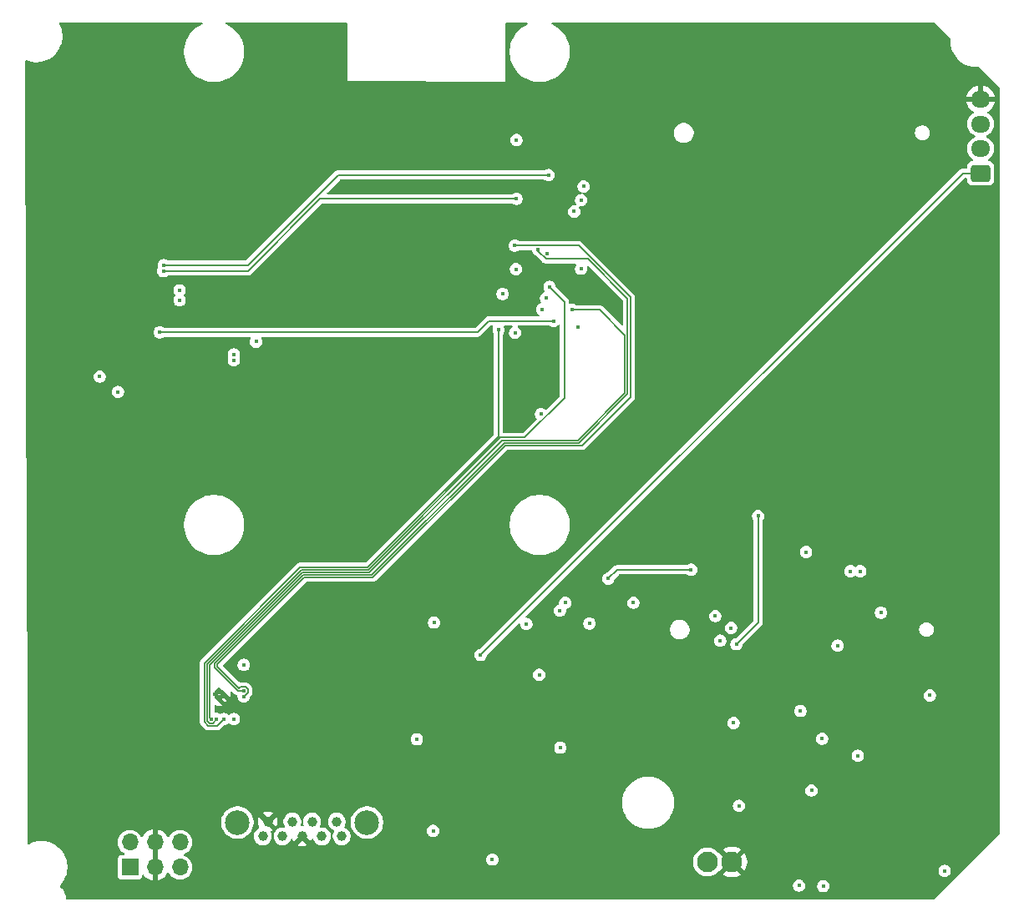
<source format=gbr>
%TF.GenerationSoftware,KiCad,Pcbnew,9.0.1*%
%TF.CreationDate,2025-04-29T23:59:41-05:00*%
%TF.ProjectId,CM5IO,434d3549-4f2e-46b6-9963-61645f706362,rev?*%
%TF.SameCoordinates,Original*%
%TF.FileFunction,Copper,L2,Inr*%
%TF.FilePolarity,Positive*%
%FSLAX46Y46*%
G04 Gerber Fmt 4.6, Leading zero omitted, Abs format (unit mm)*
G04 Created by KiCad (PCBNEW 9.0.1) date 2025-04-29 23:59:41*
%MOMM*%
%LPD*%
G01*
G04 APERTURE LIST*
G04 Aperture macros list*
%AMRoundRect*
0 Rectangle with rounded corners*
0 $1 Rounding radius*
0 $2 $3 $4 $5 $6 $7 $8 $9 X,Y pos of 4 corners*
0 Add a 4 corners polygon primitive as box body*
4,1,4,$2,$3,$4,$5,$6,$7,$8,$9,$2,$3,0*
0 Add four circle primitives for the rounded corners*
1,1,$1+$1,$2,$3*
1,1,$1+$1,$4,$5*
1,1,$1+$1,$6,$7*
1,1,$1+$1,$8,$9*
0 Add four rect primitives between the rounded corners*
20,1,$1+$1,$2,$3,$4,$5,0*
20,1,$1+$1,$4,$5,$6,$7,0*
20,1,$1+$1,$6,$7,$8,$9,0*
20,1,$1+$1,$8,$9,$2,$3,0*%
G04 Aperture macros list end*
%TA.AperFunction,ComponentPad*%
%ADD10C,2.100000*%
%TD*%
%TA.AperFunction,ComponentPad*%
%ADD11RoundRect,0.250000X0.725000X-0.600000X0.725000X0.600000X-0.725000X0.600000X-0.725000X-0.600000X0*%
%TD*%
%TA.AperFunction,ComponentPad*%
%ADD12O,1.950000X1.700000*%
%TD*%
%TA.AperFunction,ComponentPad*%
%ADD13C,0.450000*%
%TD*%
%TA.AperFunction,ComponentPad*%
%ADD14R,1.700000X1.700000*%
%TD*%
%TA.AperFunction,ComponentPad*%
%ADD15O,1.700000X1.700000*%
%TD*%
%TA.AperFunction,ComponentPad*%
%ADD16C,1.000000*%
%TD*%
%TA.AperFunction,ComponentPad*%
%ADD17C,2.500000*%
%TD*%
%TA.AperFunction,ViaPad*%
%ADD18C,0.450000*%
%TD*%
%TA.AperFunction,Conductor*%
%ADD19C,0.500000*%
%TD*%
%TA.AperFunction,Conductor*%
%ADD20C,0.130000*%
%TD*%
G04 APERTURE END LIST*
D10*
%TO.N,GND*%
%TO.C,J2*%
X215000000Y-155700000D03*
%TO.N,/+5v*%
X212500000Y-155700000D03*
%TD*%
D11*
%TO.N,/CM5_HighSpeed/VBUS*%
%TO.C,J7*%
X240200000Y-85820000D03*
D12*
%TO.N,/CM5_HighSpeed/USB3-0-D_P*%
X240200000Y-83320000D03*
%TO.N,/CM5_HighSpeed/USB3-0-D_N*%
X240200000Y-80820000D03*
%TO.N,GND*%
X240200000Y-78320000D03*
%TD*%
D13*
%TO.N,GND*%
%TO.C,U2*%
X163000000Y-138250000D03*
X163450000Y-138700000D03*
X163000000Y-139150000D03*
X162550000Y-138700000D03*
%TD*%
D14*
%TO.N,Net-(J6-Pin_1)*%
%TO.C,J6*%
X153960000Y-156240000D03*
D15*
%TO.N,Net-(J6-Pin_2)*%
X153960000Y-153700000D03*
%TO.N,GND*%
X156500000Y-156240000D03*
X156500000Y-153700000D03*
%TO.N,Net-(J6-Pin_5)*%
X159040000Y-156240000D03*
%TO.N,Net-(J6-Pin_6)*%
X159040000Y-153700000D03*
%TD*%
D16*
%TO.N,/CM5_HighSpeed/VBUS*%
%TO.C,J5*%
X174930000Y-151600000D03*
%TO.N,/CM5_HighSpeed/USB3-1-D_P*%
X172430000Y-151600000D03*
%TO.N,/CM5_HighSpeed/USB3-1-D_N*%
X170430000Y-151600000D03*
%TO.N,GND*%
X167930000Y-151600000D03*
%TO.N,/CM5_HighSpeed/USB3-1-RX_N*%
X167430000Y-153100000D03*
%TO.N,/CM5_HighSpeed/USB3-1-RX_P*%
X169430000Y-153100000D03*
%TO.N,GND*%
X171430000Y-153100000D03*
%TO.N,/CM5_HighSpeed/USB3-1-TX_N*%
X173430000Y-153100000D03*
%TO.N,/CM5_HighSpeed/USB3-1-TX_P*%
X175430000Y-153100000D03*
D17*
%TO.N,N/C*%
X178000000Y-151700000D03*
X164860000Y-151700000D03*
%TD*%
D18*
%TO.N,GND*%
X192650000Y-104800000D03*
X211500000Y-140200000D03*
X160300000Y-137425000D03*
X189800000Y-95500000D03*
X192000000Y-156700000D03*
X196500000Y-102650000D03*
X220000000Y-145700000D03*
X198650000Y-90800000D03*
X196350000Y-91700000D03*
%TO.N,/PCIe-M2/SIM_VDD*%
X213300000Y-130750000D03*
X224125000Y-143200000D03*
X221800000Y-158100000D03*
%TO.N,/CM5_HighSpeed/VBUS*%
X189500000Y-134700000D03*
%TO.N,/PCIe-M2/M2_3v3*%
X222500000Y-124250000D03*
X197600000Y-144100000D03*
X202450000Y-126950000D03*
X195450000Y-136700000D03*
X210850000Y-126050000D03*
%TO.N,Net-(CR1-I{slash}O1)*%
X236550000Y-156600000D03*
X227750000Y-144925000D03*
X221925000Y-140375000D03*
X215150000Y-141600000D03*
%TO.N,/+3.3v*%
X164500000Y-141200000D03*
X193150000Y-82450000D03*
X157350000Y-95750000D03*
X193150000Y-88400000D03*
X150900000Y-106450000D03*
X165500000Y-135700000D03*
%TO.N,Net-(CR1-I{slash}O3)*%
X224250000Y-158150000D03*
X223050000Y-148450000D03*
%TO.N,Net-(D6-A)*%
X200550000Y-131500000D03*
X194150000Y-131550000D03*
%TO.N,/PCIe-M2/LED_WWAN*%
X230100000Y-130400000D03*
X205000000Y-129400000D03*
%TO.N,/+5v*%
X190700000Y-155450000D03*
X199000000Y-89700000D03*
X184700000Y-152550000D03*
%TO.N,/PCIe-M2/SIM_CLK*%
X215700000Y-150000000D03*
X214900000Y-131950000D03*
%TO.N,/CM5_GPIO ( Ethernet\u002C GPIO\u002C SDCARD)/ID_SC*%
X197550000Y-130200000D03*
X199400000Y-101400000D03*
%TO.N,/CM5_GPIO ( Ethernet\u002C GPIO\u002C SDCARD)/ID_SD*%
X198100000Y-129400000D03*
X191750000Y-98050000D03*
%TO.N,/CM5_GPIO ( Ethernet\u002C GPIO\u002C SDCARD)/GPIO27*%
X195635000Y-110250000D03*
X193100000Y-95550000D03*
%TO.N,/CM5_GPIO ( Ethernet\u002C GPIO\u002C SDCARD)/GPIO20*%
X198750000Y-99650000D03*
X162178447Y-141200000D03*
%TO.N,/CM5_GPIO ( Ethernet\u002C GPIO\u002C SDCARD)/GPIO13*%
X225700000Y-133750000D03*
X195751475Y-99611796D03*
%TO.N,/CM5_GPIO ( Ethernet\u002C GPIO\u002C SDCARD)/GPIO6*%
X196150000Y-98500000D03*
X235050000Y-138800000D03*
%TO.N,/CM5_GPIO ( Ethernet\u002C GPIO\u002C SDCARD)/GPIO19*%
X191335000Y-101700000D03*
X163495460Y-141200000D03*
%TO.N,/CM5_GPIO ( Ethernet\u002C GPIO\u002C SDCARD)/GPIO18*%
X196500000Y-97350000D03*
X162753450Y-141200000D03*
%TO.N,/CM5_GPIO ( Ethernet\u002C GPIO\u002C SDCARD)/GPIO15*%
X215450000Y-133600000D03*
X217650000Y-120600000D03*
%TO.N,/CM5_GPIO ( Ethernet\u002C GPIO\u002C SDCARD)/GPIO14*%
X196229000Y-94000000D03*
X213800000Y-133250000D03*
%TO.N,/CM5_GPIO ( Ethernet\u002C GPIO\u002C SDCARD)/GPIO3*%
X165500000Y-138335000D03*
X195360000Y-93560000D03*
%TO.N,/CM5_GPIO ( Ethernet\u002C GPIO\u002C SDCARD)/GPIO2*%
X192956550Y-93156550D03*
X165500000Y-138910003D03*
%TO.N,/CM5_HighSpeed/USB3-0-D_N*%
X159000000Y-97700000D03*
%TO.N,/CM5_HighSpeed/USB3-0-D_P*%
X159000000Y-98700000D03*
%TO.N,/CM5_HighSpeed/USB2_N*%
X227000000Y-126200000D03*
X164500000Y-104775003D03*
%TO.N,/CM5_HighSpeed/USB2_P*%
X228000000Y-126200000D03*
X164500000Y-104200000D03*
%TO.N,/CM5_GPIO ( Ethernet\u002C GPIO\u002C SDCARD)/TACHO*%
X193000000Y-102000000D03*
X199956550Y-87156550D03*
%TO.N,/CM5_GPIO ( Ethernet\u002C GPIO\u002C SDCARD)/PWM*%
X199700000Y-95500000D03*
X199700000Y-88550000D03*
%TO.N,Net-(Module1A-LED_nACT)*%
X156978500Y-101950000D03*
X196900000Y-100800000D03*
%TO.N,/CM5_GPIO ( Ethernet\u002C GPIO\u002C SDCARD)/nPWR_LED*%
X157400000Y-95150000D03*
X196400000Y-86000000D03*
%TO.N,/CM5_HighSpeed/PCIE_PWR_EN*%
X152750000Y-108000000D03*
X183050000Y-143250000D03*
%TO.N,/CM5_HighSpeed/VBUS_EN*%
X166750000Y-102900000D03*
X184800000Y-131400000D03*
%TD*%
D19*
%TO.N,GND*%
X175500000Y-146450000D02*
X178090000Y-146450000D01*
D20*
%TO.N,/CM5_HighSpeed/VBUS*%
X189500000Y-134700000D02*
X238380000Y-85820000D01*
X238380000Y-85820000D02*
X240200000Y-85820000D01*
%TO.N,/PCIe-M2/M2_3v3*%
X210850000Y-126050000D02*
X203350000Y-126050000D01*
X203350000Y-126050000D02*
X202450000Y-126950000D01*
%TO.N,/+3.3v*%
X193150000Y-88400000D02*
X173250000Y-88400000D01*
X165900000Y-95750000D02*
X157350000Y-95750000D01*
X165900000Y-95750000D02*
X173250000Y-88400000D01*
%TO.N,/CM5_GPIO ( Ethernet\u002C GPIO\u002C SDCARD)/GPIO20*%
X162178447Y-141200000D02*
X162060848Y-141082401D01*
X204150000Y-102250000D02*
X201550000Y-99650000D01*
X178236000Y-126314000D02*
X191650000Y-112900000D01*
X204150000Y-108100000D02*
X204150000Y-102250000D01*
X162060848Y-141082401D02*
X162060848Y-135677114D01*
X162060848Y-135677114D02*
X171423962Y-126314000D01*
X199350000Y-112900000D02*
X204150000Y-108100000D01*
X171423962Y-126314000D02*
X178236000Y-126314000D01*
X191650000Y-112900000D02*
X199350000Y-112900000D01*
X201550000Y-99650000D02*
X198750000Y-99650000D01*
%TO.N,/CM5_GPIO ( Ethernet\u002C GPIO\u002C SDCARD)/GPIO19*%
X161900096Y-141872000D02*
X162823460Y-141872000D01*
X162823460Y-141872000D02*
X163495460Y-141200000D01*
X191335000Y-112490923D02*
X178023924Y-125802000D01*
X191335000Y-101700000D02*
X191335000Y-112490923D01*
X178023924Y-125802000D02*
X171211884Y-125802000D01*
X161506447Y-135507439D02*
X161506447Y-141478352D01*
X161506447Y-141478352D02*
X161900096Y-141872000D01*
X171211884Y-125802000D02*
X161506447Y-135507439D01*
%TO.N,/CM5_GPIO ( Ethernet\u002C GPIO\u002C SDCARD)/GPIO18*%
X171317923Y-126058000D02*
X178129962Y-126058000D01*
X161762447Y-135613477D02*
X171317923Y-126058000D01*
X162350760Y-141616000D02*
X162006134Y-141616000D01*
X162753450Y-141213310D02*
X162350760Y-141616000D01*
X191543961Y-112644000D02*
X194000000Y-112644000D01*
X162006134Y-141616000D02*
X161762447Y-141372313D01*
X198000000Y-98850000D02*
X196500000Y-97350000D01*
X161762447Y-141372313D02*
X161762447Y-135613477D01*
X178129962Y-126058000D02*
X191543961Y-112644000D01*
X162753450Y-141200000D02*
X162753450Y-141213310D01*
X194000000Y-112644000D02*
X198000000Y-108644000D01*
X198000000Y-108644000D02*
X198000000Y-98850000D01*
%TO.N,/CM5_GPIO ( Ethernet\u002C GPIO\u002C SDCARD)/GPIO15*%
X217650000Y-120600000D02*
X217650000Y-131400000D01*
X217650000Y-131400000D02*
X215450000Y-133600000D01*
%TO.N,/CM5_GPIO ( Ethernet\u002C GPIO\u002C SDCARD)/GPIO3*%
X171530000Y-126570000D02*
X162560000Y-135540000D01*
X178480000Y-126570000D02*
X171530000Y-126570000D01*
X191894000Y-113156000D02*
X178480000Y-126570000D01*
X195360000Y-93719313D02*
X196150687Y-94510000D01*
X162560000Y-135540000D02*
X162560000Y-136001039D01*
X199474000Y-113156000D02*
X191894000Y-113156000D01*
X164893962Y-138335000D02*
X165500000Y-138335000D01*
X195360000Y-93560000D02*
X195360000Y-93719313D01*
X204420000Y-98540000D02*
X204420000Y-108210000D01*
X196150687Y-94510000D02*
X200390000Y-94510000D01*
X162560000Y-136001039D02*
X164893962Y-138335000D01*
X204420000Y-108210000D02*
X199474000Y-113156000D01*
X200390000Y-94510000D02*
X204420000Y-98540000D01*
%TO.N,/CM5_GPIO ( Ethernet\u002C GPIO\u002C SDCARD)/GPIO2*%
X178586038Y-126826000D02*
X171636038Y-126826000D01*
X192000038Y-113412000D02*
X178586038Y-126826000D01*
X162816000Y-135895000D02*
X165000000Y-138079000D01*
X204676000Y-108524000D02*
X199788000Y-113412000D01*
X192956550Y-93156550D02*
X193000000Y-93200000D01*
X165916000Y-138507313D02*
X165513310Y-138910003D01*
X199444000Y-93144000D02*
X204676000Y-98376000D01*
X165672313Y-137919000D02*
X165916000Y-138162687D01*
X165916000Y-138162687D02*
X165916000Y-138507313D01*
X165160000Y-137919000D02*
X165672313Y-137919000D01*
X199788000Y-113412000D02*
X192000038Y-113412000D01*
X165513310Y-138910003D02*
X165500000Y-138910003D01*
X171636038Y-126826000D02*
X162816000Y-135646038D01*
X162816000Y-135646038D02*
X162816000Y-135895000D01*
X204676000Y-98376000D02*
X204676000Y-108524000D01*
X193056000Y-93144000D02*
X199444000Y-93144000D01*
X193000000Y-93200000D02*
X193056000Y-93144000D01*
X165000000Y-138079000D02*
X165160000Y-137919000D01*
%TO.N,Net-(Module1A-LED_nACT)*%
X196900000Y-100800000D02*
X190350000Y-100800000D01*
X189200000Y-101950000D02*
X156978500Y-101950000D01*
X190350000Y-100800000D02*
X189200000Y-101950000D01*
%TO.N,/CM5_GPIO ( Ethernet\u002C GPIO\u002C SDCARD)/nPWR_LED*%
X175050000Y-86000000D02*
X196400000Y-86000000D01*
X165900000Y-95150000D02*
X175050000Y-86000000D01*
X157400000Y-95150000D02*
X165900000Y-95150000D01*
%TD*%
%TA.AperFunction,Conductor*%
%TO.N,GND*%
G36*
X156754000Y-155809297D02*
G01*
X156692993Y-155774075D01*
X156565826Y-155740000D01*
X156434174Y-155740000D01*
X156307007Y-155774075D01*
X156246000Y-155809297D01*
X156246000Y-154130702D01*
X156307007Y-154165925D01*
X156434174Y-154200000D01*
X156565826Y-154200000D01*
X156692993Y-154165925D01*
X156754000Y-154130702D01*
X156754000Y-155809297D01*
G37*
%TD.AperFunction*%
%TA.AperFunction,Conductor*%
G36*
X197480445Y-101200889D02*
G01*
X197523710Y-101244154D01*
X197534500Y-101289099D01*
X197534500Y-108410174D01*
X197515593Y-108468365D01*
X197505504Y-108480178D01*
X196197640Y-109788041D01*
X196143123Y-109815818D01*
X196082691Y-109806247D01*
X196057632Y-109788041D01*
X196033736Y-109764145D01*
X196033733Y-109764142D01*
X195931286Y-109695689D01*
X195931287Y-109695689D01*
X195931285Y-109695688D01*
X195817450Y-109648536D01*
X195696608Y-109624500D01*
X195696606Y-109624500D01*
X195573394Y-109624500D01*
X195573391Y-109624500D01*
X195452549Y-109648536D01*
X195338714Y-109695688D01*
X195236267Y-109764142D01*
X195236263Y-109764145D01*
X195149145Y-109851263D01*
X195149142Y-109851267D01*
X195080688Y-109953714D01*
X195033536Y-110067549D01*
X195009500Y-110188391D01*
X195009500Y-110311608D01*
X195033536Y-110432450D01*
X195080688Y-110546285D01*
X195080689Y-110546286D01*
X195149142Y-110648733D01*
X195149145Y-110648736D01*
X195173041Y-110672632D01*
X195200818Y-110727149D01*
X195191247Y-110787581D01*
X195173041Y-110812640D01*
X193836179Y-112149504D01*
X193781662Y-112177281D01*
X193766175Y-112178500D01*
X191899500Y-112178500D01*
X191841309Y-112159593D01*
X191805345Y-112110093D01*
X191800500Y-112079500D01*
X191800500Y-102158961D01*
X191818648Y-102103104D01*
X191818156Y-102102776D01*
X191819322Y-102101030D01*
X191819407Y-102100770D01*
X191820067Y-102099914D01*
X191820852Y-102098738D01*
X191820858Y-102098733D01*
X191889311Y-101996286D01*
X191936463Y-101882452D01*
X191960500Y-101761606D01*
X191960500Y-101638394D01*
X191936463Y-101517548D01*
X191889311Y-101403714D01*
X191888761Y-101402386D01*
X191883960Y-101341389D01*
X191915930Y-101289220D01*
X191972458Y-101265805D01*
X191980225Y-101265500D01*
X192647027Y-101265500D01*
X192705218Y-101284407D01*
X192741182Y-101333907D01*
X192741182Y-101395093D01*
X192705218Y-101444593D01*
X192702029Y-101446815D01*
X192601267Y-101514142D01*
X192601263Y-101514145D01*
X192514145Y-101601263D01*
X192514142Y-101601267D01*
X192445688Y-101703714D01*
X192398536Y-101817549D01*
X192374500Y-101938391D01*
X192374500Y-102061608D01*
X192398536Y-102182450D01*
X192445688Y-102296285D01*
X192445689Y-102296286D01*
X192514142Y-102398733D01*
X192601267Y-102485858D01*
X192703714Y-102554311D01*
X192817548Y-102601463D01*
X192938394Y-102625500D01*
X192938396Y-102625500D01*
X193061604Y-102625500D01*
X193061606Y-102625500D01*
X193182452Y-102601463D01*
X193296286Y-102554311D01*
X193398733Y-102485858D01*
X193485858Y-102398733D01*
X193554311Y-102296286D01*
X193601463Y-102182452D01*
X193625500Y-102061606D01*
X193625500Y-101938394D01*
X193601463Y-101817548D01*
X193554311Y-101703714D01*
X193485858Y-101601267D01*
X193398733Y-101514142D01*
X193297970Y-101446814D01*
X193260092Y-101398765D01*
X193257690Y-101337627D01*
X193291683Y-101286753D01*
X193349087Y-101265576D01*
X193352973Y-101265500D01*
X196441039Y-101265500D01*
X196496895Y-101283648D01*
X196497224Y-101283156D01*
X196498969Y-101284322D01*
X196499230Y-101284407D01*
X196500085Y-101285067D01*
X196501263Y-101285854D01*
X196501267Y-101285858D01*
X196603714Y-101354311D01*
X196717548Y-101401463D01*
X196838394Y-101425500D01*
X196838396Y-101425500D01*
X196961604Y-101425500D01*
X196961606Y-101425500D01*
X197082452Y-101401463D01*
X197196286Y-101354311D01*
X197298733Y-101285858D01*
X197365496Y-101219095D01*
X197420013Y-101191318D01*
X197480445Y-101200889D01*
G37*
%TD.AperFunction*%
%TA.AperFunction,Conductor*%
G36*
X235517146Y-70518891D02*
G01*
X235529034Y-70529034D01*
X237126081Y-72126081D01*
X237153858Y-72180598D01*
X237154455Y-72207168D01*
X237149500Y-72251147D01*
X237149500Y-72548865D01*
X237182831Y-72844671D01*
X237182832Y-72844677D01*
X237249076Y-73134912D01*
X237347398Y-73415899D01*
X237347399Y-73415902D01*
X237476557Y-73684102D01*
X237476561Y-73684109D01*
X237476565Y-73684117D01*
X237634950Y-73936185D01*
X237820562Y-74168934D01*
X238031066Y-74379438D01*
X238263815Y-74565050D01*
X238515883Y-74723435D01*
X238515894Y-74723440D01*
X238515897Y-74723442D01*
X238750572Y-74836455D01*
X238784099Y-74852601D01*
X238915270Y-74898499D01*
X239065087Y-74950923D01*
X239065090Y-74950923D01*
X239065091Y-74950924D01*
X239355325Y-75017168D01*
X239435096Y-75026156D01*
X239651134Y-75050499D01*
X239651150Y-75050499D01*
X239651151Y-75050500D01*
X239651152Y-75050500D01*
X239948841Y-75050500D01*
X239948849Y-75050500D01*
X239992829Y-75045544D01*
X240052769Y-75057816D01*
X240073917Y-75073917D01*
X242071004Y-77071004D01*
X242098781Y-77125521D01*
X242100000Y-77141008D01*
X242100000Y-152858992D01*
X242081093Y-152917183D01*
X242071004Y-152928996D01*
X235528996Y-159471004D01*
X235474479Y-159498781D01*
X235458992Y-159500000D01*
X211500000Y-159500000D01*
X148351324Y-159480741D01*
X148313469Y-159473206D01*
X148304436Y-159469464D01*
X148304435Y-159469464D01*
X147576253Y-159469464D01*
X147518062Y-159450557D01*
X147482098Y-159401057D01*
X147477695Y-159373256D01*
X147477465Y-159373272D01*
X147477300Y-159370764D01*
X147477253Y-159370464D01*
X147477253Y-159370038D01*
X147477253Y-159370037D01*
X147448557Y-159152063D01*
X147391654Y-158939700D01*
X147352915Y-158846177D01*
X147307521Y-158736585D01*
X147301121Y-158725499D01*
X147197592Y-158546181D01*
X147115222Y-158438834D01*
X147063758Y-158371765D01*
X147063756Y-158371763D01*
X147063753Y-158371759D01*
X146908292Y-158216298D01*
X146908287Y-158216294D01*
X146908285Y-158216292D01*
X146898143Y-158208510D01*
X146886488Y-158191552D01*
X146871528Y-158177428D01*
X146869550Y-158166908D01*
X146863487Y-158158086D01*
X146864025Y-158137517D01*
X146860224Y-158117296D01*
X146864798Y-158107990D01*
X146865088Y-158096922D01*
X146886425Y-158062004D01*
X146887395Y-158060975D01*
X146909980Y-158038391D01*
X221174500Y-158038391D01*
X221174500Y-158161608D01*
X221198536Y-158282450D01*
X221245688Y-158396285D01*
X221255303Y-158410675D01*
X221314142Y-158498733D01*
X221401267Y-158585858D01*
X221503714Y-158654311D01*
X221617548Y-158701463D01*
X221738394Y-158725500D01*
X221738396Y-158725500D01*
X221861604Y-158725500D01*
X221861606Y-158725500D01*
X221982452Y-158701463D01*
X222096286Y-158654311D01*
X222198733Y-158585858D01*
X222285858Y-158498733D01*
X222354311Y-158396286D01*
X222401463Y-158282452D01*
X222425500Y-158161606D01*
X222425500Y-158088391D01*
X223624500Y-158088391D01*
X223624500Y-158211608D01*
X223648536Y-158332450D01*
X223695688Y-158446285D01*
X223695689Y-158446286D01*
X223764142Y-158548733D01*
X223851267Y-158635858D01*
X223953714Y-158704311D01*
X224067548Y-158751463D01*
X224188394Y-158775500D01*
X224188396Y-158775500D01*
X224311604Y-158775500D01*
X224311606Y-158775500D01*
X224432452Y-158751463D01*
X224546286Y-158704311D01*
X224648733Y-158635858D01*
X224735858Y-158548733D01*
X224804311Y-158446286D01*
X224851463Y-158332452D01*
X224875500Y-158211606D01*
X224875500Y-158088394D01*
X224851463Y-157967548D01*
X224804311Y-157853714D01*
X224735858Y-157751267D01*
X224648733Y-157664142D01*
X224546286Y-157595689D01*
X224546287Y-157595689D01*
X224546285Y-157595688D01*
X224432450Y-157548536D01*
X224311608Y-157524500D01*
X224311606Y-157524500D01*
X224188394Y-157524500D01*
X224188391Y-157524500D01*
X224067549Y-157548536D01*
X223953714Y-157595688D01*
X223851267Y-157664142D01*
X223851263Y-157664145D01*
X223764145Y-157751263D01*
X223764142Y-157751267D01*
X223695688Y-157853714D01*
X223648536Y-157967549D01*
X223624500Y-158088391D01*
X222425500Y-158088391D01*
X222425500Y-158038394D01*
X222401463Y-157917548D01*
X222354311Y-157803714D01*
X222285858Y-157701267D01*
X222198733Y-157614142D01*
X222118446Y-157560496D01*
X222096285Y-157545688D01*
X221982450Y-157498536D01*
X221861608Y-157474500D01*
X221861606Y-157474500D01*
X221738394Y-157474500D01*
X221738391Y-157474500D01*
X221617549Y-157498536D01*
X221503714Y-157545688D01*
X221401267Y-157614142D01*
X221401263Y-157614145D01*
X221314145Y-157701263D01*
X221314142Y-157701267D01*
X221245688Y-157803714D01*
X221198536Y-157917549D01*
X221174500Y-158038391D01*
X146909980Y-158038391D01*
X146954312Y-157994060D01*
X147139924Y-157761311D01*
X147298309Y-157509243D01*
X147427475Y-157241027D01*
X147525798Y-156960035D01*
X147592042Y-156669801D01*
X147609308Y-156516564D01*
X147625373Y-156373991D01*
X147625374Y-156373974D01*
X147625374Y-156076277D01*
X147625373Y-156076260D01*
X147599736Y-155848733D01*
X147592042Y-155780451D01*
X147525798Y-155490217D01*
X147490169Y-155388396D01*
X147427475Y-155209226D01*
X147427474Y-155209223D01*
X147298316Y-154941023D01*
X147298314Y-154941020D01*
X147298309Y-154941009D01*
X147139924Y-154688941D01*
X146954312Y-154456192D01*
X146743808Y-154245688D01*
X146511059Y-154060076D01*
X146258991Y-153901691D01*
X146258983Y-153901687D01*
X146258976Y-153901683D01*
X145990776Y-153772525D01*
X145990773Y-153772524D01*
X145758182Y-153691137D01*
X145709786Y-153674202D01*
X145419551Y-153607958D01*
X145419545Y-153607957D01*
X145362942Y-153601579D01*
X152709500Y-153601579D01*
X152709500Y-153798420D01*
X152740289Y-153992821D01*
X152801116Y-154180025D01*
X152890473Y-154355401D01*
X152890476Y-154355405D01*
X153006172Y-154514646D01*
X153145354Y-154653828D01*
X153288383Y-154757745D01*
X153304598Y-154769526D01*
X153304600Y-154769527D01*
X153368902Y-154802290D01*
X153412167Y-154845554D01*
X153421739Y-154905986D01*
X153393962Y-154960503D01*
X153339446Y-154988281D01*
X153323958Y-154989500D01*
X153078478Y-154989500D01*
X153078476Y-154989501D01*
X152984700Y-155004352D01*
X152984695Y-155004354D01*
X152871659Y-155061949D01*
X152781949Y-155151659D01*
X152724354Y-155264695D01*
X152709500Y-155358478D01*
X152709500Y-157121521D01*
X152709501Y-157121523D01*
X152724352Y-157215299D01*
X152724354Y-157215304D01*
X152781950Y-157328342D01*
X152871658Y-157418050D01*
X152984696Y-157475646D01*
X153078481Y-157490500D01*
X154841518Y-157490499D01*
X154841521Y-157490499D01*
X154841522Y-157490498D01*
X154888411Y-157483072D01*
X154935299Y-157475647D01*
X154935299Y-157475646D01*
X154935304Y-157475646D01*
X155048342Y-157418050D01*
X155138050Y-157328342D01*
X155195646Y-157215304D01*
X155210500Y-157121519D01*
X155210499Y-157080211D01*
X155229405Y-157022024D01*
X155278904Y-156986059D01*
X155340090Y-156986058D01*
X155389590Y-157022020D01*
X155389591Y-157022022D01*
X155464171Y-157124671D01*
X155615328Y-157275828D01*
X155788247Y-157401462D01*
X155788253Y-157401466D01*
X155978710Y-157498508D01*
X156182002Y-157564561D01*
X156245999Y-157574697D01*
X156246000Y-157574696D01*
X156246000Y-156670702D01*
X156307007Y-156705925D01*
X156434174Y-156740000D01*
X156565826Y-156740000D01*
X156692993Y-156705925D01*
X156754000Y-156670702D01*
X156754000Y-157574697D01*
X156817997Y-157564561D01*
X157021289Y-157498508D01*
X157211746Y-157401466D01*
X157211752Y-157401462D01*
X157384671Y-157275828D01*
X157535828Y-157124671D01*
X157661462Y-156951752D01*
X157661466Y-156951746D01*
X157742114Y-156793464D01*
X157785378Y-156750200D01*
X157845810Y-156740628D01*
X157900327Y-156768405D01*
X157918533Y-156793464D01*
X157970469Y-156895394D01*
X157970473Y-156895401D01*
X157970474Y-156895402D01*
X157970476Y-156895405D01*
X158086172Y-157054646D01*
X158225354Y-157193828D01*
X158384595Y-157309524D01*
X158559975Y-157398884D01*
X158747174Y-157459709D01*
X158747175Y-157459709D01*
X158747178Y-157459710D01*
X158941580Y-157490500D01*
X158941583Y-157490500D01*
X159138420Y-157490500D01*
X159332821Y-157459710D01*
X159332822Y-157459709D01*
X159332826Y-157459709D01*
X159520025Y-157398884D01*
X159695405Y-157309524D01*
X159854646Y-157193828D01*
X159993828Y-157054646D01*
X160109524Y-156895405D01*
X160198884Y-156720025D01*
X160259709Y-156532826D01*
X160266716Y-156488585D01*
X160290500Y-156338420D01*
X160290500Y-156141579D01*
X160259710Y-155947178D01*
X160227723Y-155848732D01*
X160198884Y-155759975D01*
X160109524Y-155584595D01*
X159993828Y-155425354D01*
X159956865Y-155388391D01*
X190074500Y-155388391D01*
X190074500Y-155511608D01*
X190098536Y-155632450D01*
X190145688Y-155746285D01*
X190145689Y-155746286D01*
X190214142Y-155848733D01*
X190301267Y-155935858D01*
X190403714Y-156004311D01*
X190517548Y-156051463D01*
X190638394Y-156075500D01*
X190638396Y-156075500D01*
X190761604Y-156075500D01*
X190761606Y-156075500D01*
X190882452Y-156051463D01*
X190996286Y-156004311D01*
X191098733Y-155935858D01*
X191185858Y-155848733D01*
X191254311Y-155746286D01*
X191301463Y-155632452D01*
X191310735Y-155585839D01*
X211049500Y-155585839D01*
X211049500Y-155814160D01*
X211085214Y-156039655D01*
X211155769Y-156256799D01*
X211259420Y-156460227D01*
X211259424Y-156460233D01*
X211393616Y-156644931D01*
X211393618Y-156644933D01*
X211393621Y-156644937D01*
X211555063Y-156806379D01*
X211555066Y-156806381D01*
X211555068Y-156806383D01*
X211739766Y-156940575D01*
X211739772Y-156940579D01*
X211943201Y-157044231D01*
X212160340Y-157114784D01*
X212160341Y-157114784D01*
X212160344Y-157114785D01*
X212385840Y-157150500D01*
X212385843Y-157150500D01*
X212614160Y-157150500D01*
X212839655Y-157114785D01*
X212839656Y-157114784D01*
X212839660Y-157114784D01*
X213056799Y-157044231D01*
X213260228Y-156940579D01*
X213444937Y-156806379D01*
X213606379Y-156644937D01*
X213606480Y-156644796D01*
X213606529Y-156644761D01*
X213608906Y-156641979D01*
X213609573Y-156642548D01*
X213655970Y-156608823D01*
X213694354Y-156604275D01*
X213733435Y-156607351D01*
X214475016Y-155865769D01*
X214487482Y-155912292D01*
X214559890Y-156037708D01*
X214662292Y-156140110D01*
X214787708Y-156212518D01*
X214834226Y-156224982D01*
X214092647Y-156966562D01*
X214092647Y-156966563D01*
X214183424Y-157032517D01*
X214183430Y-157032521D01*
X214401938Y-157143857D01*
X214635169Y-157219637D01*
X214877380Y-157258000D01*
X215122620Y-157258000D01*
X215364830Y-157219637D01*
X215598061Y-157143857D01*
X215816569Y-157032521D01*
X215816574Y-157032517D01*
X215907351Y-156966563D01*
X215907351Y-156966562D01*
X215165772Y-156224983D01*
X215212292Y-156212518D01*
X215337708Y-156140110D01*
X215440110Y-156037708D01*
X215512518Y-155912292D01*
X215524983Y-155865772D01*
X216266562Y-156607351D01*
X216266563Y-156607351D01*
X216316666Y-156538391D01*
X235924500Y-156538391D01*
X235924500Y-156661608D01*
X235948536Y-156782450D01*
X235995688Y-156896285D01*
X236018402Y-156930279D01*
X236064142Y-156998733D01*
X236151267Y-157085858D01*
X236253714Y-157154311D01*
X236367548Y-157201463D01*
X236488394Y-157225500D01*
X236488396Y-157225500D01*
X236611604Y-157225500D01*
X236611606Y-157225500D01*
X236732452Y-157201463D01*
X236846286Y-157154311D01*
X236948733Y-157085858D01*
X237035858Y-156998733D01*
X237104311Y-156896286D01*
X237151463Y-156782452D01*
X237175500Y-156661606D01*
X237175500Y-156538394D01*
X237151463Y-156417548D01*
X237104311Y-156303714D01*
X237035858Y-156201267D01*
X236948733Y-156114142D01*
X236880279Y-156068402D01*
X236846285Y-156045688D01*
X236732450Y-155998536D01*
X236611608Y-155974500D01*
X236611606Y-155974500D01*
X236488394Y-155974500D01*
X236488391Y-155974500D01*
X236367549Y-155998536D01*
X236253714Y-156045688D01*
X236151267Y-156114142D01*
X236151263Y-156114145D01*
X236064145Y-156201263D01*
X236064142Y-156201267D01*
X235995688Y-156303714D01*
X235948536Y-156417549D01*
X235924500Y-156538391D01*
X216316666Y-156538391D01*
X216332517Y-156516574D01*
X216332524Y-156516564D01*
X216346781Y-156488585D01*
X216443857Y-156298061D01*
X216519637Y-156064830D01*
X216558000Y-155822620D01*
X216558000Y-155577379D01*
X216519637Y-155335169D01*
X216443857Y-155101938D01*
X216332521Y-154883430D01*
X216332517Y-154883424D01*
X216266563Y-154792647D01*
X216266562Y-154792647D01*
X215524982Y-155534226D01*
X215512518Y-155487708D01*
X215440110Y-155362292D01*
X215337708Y-155259890D01*
X215212292Y-155187482D01*
X215165769Y-155175016D01*
X215907351Y-154433436D01*
X215816567Y-154367477D01*
X215598061Y-154256142D01*
X215364830Y-154180362D01*
X215122620Y-154142000D01*
X214877380Y-154142000D01*
X214635169Y-154180362D01*
X214401938Y-154256142D01*
X214183430Y-154367478D01*
X214183426Y-154367480D01*
X214092647Y-154433435D01*
X214834228Y-155175016D01*
X214787708Y-155187482D01*
X214662292Y-155259890D01*
X214559890Y-155362292D01*
X214487482Y-155487708D01*
X214475016Y-155534228D01*
X213733435Y-154792647D01*
X213694352Y-154795723D01*
X213634857Y-154781439D01*
X213609228Y-154757745D01*
X213608906Y-154758021D01*
X213606579Y-154755297D01*
X213606486Y-154755211D01*
X213606379Y-154755063D01*
X213444937Y-154593621D01*
X213444933Y-154593618D01*
X213444931Y-154593616D01*
X213386634Y-154551260D01*
X213386633Y-154551260D01*
X213386632Y-154551259D01*
X213260233Y-154459424D01*
X213260227Y-154459420D01*
X213056799Y-154355769D01*
X212839655Y-154285214D01*
X212614160Y-154249500D01*
X212614157Y-154249500D01*
X212385843Y-154249500D01*
X212385840Y-154249500D01*
X212160344Y-154285214D01*
X211943200Y-154355769D01*
X211739772Y-154459420D01*
X211739766Y-154459424D01*
X211555068Y-154593616D01*
X211393616Y-154755068D01*
X211259424Y-154939766D01*
X211259420Y-154939772D01*
X211155769Y-155143200D01*
X211085214Y-155360344D01*
X211049500Y-155585839D01*
X191310735Y-155585839D01*
X191325500Y-155511606D01*
X191325500Y-155388394D01*
X191301463Y-155267548D01*
X191254311Y-155153714D01*
X191185858Y-155051267D01*
X191098733Y-154964142D01*
X191011697Y-154905986D01*
X190996285Y-154895688D01*
X190882450Y-154848536D01*
X190761608Y-154824500D01*
X190761606Y-154824500D01*
X190638394Y-154824500D01*
X190638391Y-154824500D01*
X190517549Y-154848536D01*
X190403714Y-154895688D01*
X190301267Y-154964142D01*
X190301263Y-154964145D01*
X190214145Y-155051263D01*
X190214142Y-155051267D01*
X190145688Y-155153714D01*
X190098536Y-155267549D01*
X190074500Y-155388391D01*
X159956865Y-155388391D01*
X159854646Y-155286172D01*
X159695405Y-155170476D01*
X159695404Y-155170475D01*
X159695402Y-155170474D01*
X159520025Y-155081116D01*
X159512066Y-155078530D01*
X159467823Y-155064154D01*
X159418324Y-155028191D01*
X159399417Y-154970000D01*
X159418324Y-154911809D01*
X159467823Y-154875845D01*
X159520025Y-154858884D01*
X159695405Y-154769524D01*
X159854646Y-154653828D01*
X159993828Y-154514646D01*
X160109524Y-154355405D01*
X160198884Y-154180025D01*
X160259709Y-153992826D01*
X160263975Y-153965893D01*
X160290500Y-153798420D01*
X160290500Y-153601579D01*
X160259710Y-153407178D01*
X160257435Y-153400175D01*
X160198884Y-153219975D01*
X160109524Y-153044595D01*
X159993828Y-152885354D01*
X159854646Y-152746172D01*
X159695405Y-152630476D01*
X159695404Y-152630475D01*
X159695402Y-152630474D01*
X159520025Y-152541116D01*
X159332821Y-152480289D01*
X159138420Y-152449500D01*
X159138417Y-152449500D01*
X158941583Y-152449500D01*
X158941580Y-152449500D01*
X158747178Y-152480289D01*
X158559974Y-152541116D01*
X158384597Y-152630474D01*
X158225355Y-152746171D01*
X158086171Y-152885355D01*
X157970473Y-153044598D01*
X157970472Y-153044600D01*
X157918533Y-153146536D01*
X157875268Y-153189800D01*
X157814836Y-153199371D01*
X157760320Y-153171593D01*
X157742114Y-153146535D01*
X157661466Y-152988253D01*
X157661462Y-152988247D01*
X157535828Y-152815328D01*
X157384671Y-152664171D01*
X157211752Y-152538537D01*
X157211746Y-152538533D01*
X157021289Y-152441491D01*
X156817996Y-152375438D01*
X156754000Y-152365301D01*
X156754000Y-153269297D01*
X156692993Y-153234075D01*
X156565826Y-153200000D01*
X156434174Y-153200000D01*
X156307007Y-153234075D01*
X156246000Y-153269297D01*
X156246000Y-152365302D01*
X156245999Y-152365301D01*
X156182003Y-152375438D01*
X155978710Y-152441491D01*
X155788253Y-152538533D01*
X155788247Y-152538537D01*
X155615328Y-152664171D01*
X155464171Y-152815328D01*
X155338537Y-152988247D01*
X155338533Y-152988253D01*
X155257885Y-153146535D01*
X155214620Y-153189800D01*
X155154188Y-153199371D01*
X155099671Y-153171593D01*
X155081465Y-153146535D01*
X155029525Y-153044597D01*
X155023173Y-153035854D01*
X154913828Y-152885354D01*
X154774646Y-152746172D01*
X154615405Y-152630476D01*
X154615404Y-152630475D01*
X154615402Y-152630474D01*
X154440025Y-152541116D01*
X154252821Y-152480289D01*
X154058420Y-152449500D01*
X154058417Y-152449500D01*
X153861583Y-152449500D01*
X153861580Y-152449500D01*
X153667178Y-152480289D01*
X153479974Y-152541116D01*
X153304597Y-152630474D01*
X153145355Y-152746171D01*
X153006171Y-152885355D01*
X152890474Y-153044597D01*
X152801116Y-153219974D01*
X152740289Y-153407178D01*
X152709500Y-153601579D01*
X145362942Y-153601579D01*
X145123739Y-153574626D01*
X145123723Y-153574626D01*
X144826025Y-153574626D01*
X144826008Y-153574626D01*
X144530202Y-153607957D01*
X144530196Y-153607958D01*
X144239961Y-153674202D01*
X143958974Y-153772524D01*
X143958971Y-153772525D01*
X143730931Y-153882343D01*
X143670299Y-153890556D01*
X143616420Y-153861562D01*
X143589873Y-153806436D01*
X143588978Y-153793480D01*
X143581785Y-151570099D01*
X163209500Y-151570099D01*
X163209500Y-151829900D01*
X163250138Y-152086488D01*
X163325091Y-152317167D01*
X163330421Y-152333572D01*
X163363256Y-152398014D01*
X163446509Y-152561408D01*
X163448366Y-152565051D01*
X163601069Y-152775229D01*
X163784771Y-152958931D01*
X163994949Y-153111634D01*
X164226428Y-153229579D01*
X164473507Y-153309860D01*
X164473508Y-153309860D01*
X164473511Y-153309861D01*
X164730100Y-153350500D01*
X164730103Y-153350500D01*
X164989900Y-153350500D01*
X165246488Y-153309861D01*
X165246489Y-153309860D01*
X165246493Y-153309860D01*
X165493572Y-153229579D01*
X165725051Y-153111634D01*
X165863141Y-153011306D01*
X166529500Y-153011306D01*
X166529500Y-153188693D01*
X166535723Y-153219975D01*
X166562312Y-153353649D01*
X166564106Y-153362665D01*
X166564106Y-153362667D01*
X166631985Y-153526544D01*
X166631985Y-153526545D01*
X166730535Y-153674034D01*
X166730536Y-153674035D01*
X166855965Y-153799464D01*
X167003453Y-153898013D01*
X167003454Y-153898013D01*
X167003455Y-153898014D01*
X167040581Y-153913391D01*
X167167334Y-153965894D01*
X167341309Y-154000500D01*
X167341310Y-154000500D01*
X167518690Y-154000500D01*
X167518691Y-154000500D01*
X167692666Y-153965894D01*
X167856547Y-153898013D01*
X168004035Y-153799464D01*
X168129464Y-153674035D01*
X168228013Y-153526547D01*
X168295894Y-153362666D01*
X168330500Y-153188691D01*
X168330500Y-153011309D01*
X168330499Y-153011306D01*
X168529500Y-153011306D01*
X168529500Y-153188693D01*
X168535723Y-153219975D01*
X168562312Y-153353649D01*
X168564106Y-153362665D01*
X168564106Y-153362667D01*
X168631985Y-153526544D01*
X168631985Y-153526545D01*
X168730535Y-153674034D01*
X168730536Y-153674035D01*
X168855965Y-153799464D01*
X169003453Y-153898013D01*
X169003454Y-153898013D01*
X169003455Y-153898014D01*
X169040581Y-153913391D01*
X169167334Y-153965894D01*
X169341309Y-154000500D01*
X169341310Y-154000500D01*
X169518690Y-154000500D01*
X169518691Y-154000500D01*
X169668977Y-153970606D01*
X170918603Y-153970606D01*
X170952535Y-153993279D01*
X171135976Y-154069262D01*
X171330718Y-154107999D01*
X171330722Y-154108000D01*
X171529278Y-154108000D01*
X171529281Y-154107999D01*
X171724022Y-154069262D01*
X171724024Y-154069262D01*
X171907465Y-153993279D01*
X171907467Y-153993278D01*
X171941395Y-153970606D01*
X171429999Y-153459210D01*
X170918603Y-153970606D01*
X169668977Y-153970606D01*
X169692666Y-153965894D01*
X169856547Y-153898013D01*
X170004035Y-153799464D01*
X170129464Y-153674035D01*
X170228013Y-153526547D01*
X170280357Y-153400174D01*
X170320093Y-153353649D01*
X170379588Y-153339365D01*
X170436116Y-153362779D01*
X170463285Y-153400174D01*
X170536721Y-153577466D01*
X170559392Y-153611395D01*
X171080000Y-153090788D01*
X171080000Y-153146078D01*
X171103852Y-153235095D01*
X171149930Y-153314905D01*
X171215095Y-153380070D01*
X171294905Y-153426148D01*
X171383922Y-153450000D01*
X171476078Y-153450000D01*
X171565095Y-153426148D01*
X171644905Y-153380070D01*
X171710070Y-153314905D01*
X171756148Y-153235095D01*
X171780000Y-153146078D01*
X171780000Y-153090789D01*
X172300606Y-153611395D01*
X172323278Y-153577467D01*
X172323279Y-153577465D01*
X172396714Y-153400175D01*
X172436450Y-153353649D01*
X172495945Y-153339365D01*
X172552473Y-153362779D01*
X172579642Y-153400175D01*
X172631985Y-153526544D01*
X172631985Y-153526545D01*
X172730535Y-153674034D01*
X172730536Y-153674035D01*
X172855965Y-153799464D01*
X173003453Y-153898013D01*
X173003454Y-153898013D01*
X173003455Y-153898014D01*
X173040581Y-153913391D01*
X173167334Y-153965894D01*
X173341309Y-154000500D01*
X173341310Y-154000500D01*
X173518690Y-154000500D01*
X173518691Y-154000500D01*
X173692666Y-153965894D01*
X173856547Y-153898013D01*
X174004035Y-153799464D01*
X174129464Y-153674035D01*
X174228013Y-153526547D01*
X174295894Y-153362666D01*
X174330500Y-153188691D01*
X174330500Y-153011309D01*
X174295894Y-152837334D01*
X174228014Y-152673455D01*
X174228014Y-152673454D01*
X174129464Y-152525965D01*
X174004034Y-152400535D01*
X173856544Y-152301985D01*
X173692666Y-152234106D01*
X173518693Y-152199500D01*
X173518691Y-152199500D01*
X173341309Y-152199500D01*
X173341301Y-152199500D01*
X173311782Y-152205372D01*
X173251021Y-152198179D01*
X173206092Y-152156646D01*
X173194156Y-152096636D01*
X173210156Y-152053271D01*
X173215446Y-152045354D01*
X173228013Y-152026547D01*
X173295894Y-151862666D01*
X173330500Y-151688691D01*
X173330500Y-151511309D01*
X173330499Y-151511306D01*
X174029500Y-151511306D01*
X174029500Y-151688693D01*
X174064106Y-151862665D01*
X174064106Y-151862667D01*
X174131985Y-152026544D01*
X174131985Y-152026545D01*
X174216213Y-152152600D01*
X174230536Y-152174035D01*
X174355965Y-152299464D01*
X174503453Y-152398013D01*
X174503454Y-152398013D01*
X174503455Y-152398014D01*
X174636823Y-152453256D01*
X174683349Y-152492992D01*
X174697633Y-152552487D01*
X174681253Y-152599722D01*
X174631985Y-152673454D01*
X174631985Y-152673455D01*
X174564106Y-152837332D01*
X174564106Y-152837334D01*
X174529500Y-153011306D01*
X174529500Y-153188693D01*
X174535723Y-153219975D01*
X174562312Y-153353649D01*
X174564106Y-153362665D01*
X174564106Y-153362667D01*
X174631985Y-153526544D01*
X174631985Y-153526545D01*
X174730535Y-153674034D01*
X174730536Y-153674035D01*
X174855965Y-153799464D01*
X175003453Y-153898013D01*
X175003454Y-153898013D01*
X175003455Y-153898014D01*
X175040581Y-153913391D01*
X175167334Y-153965894D01*
X175341309Y-154000500D01*
X175341310Y-154000500D01*
X175518690Y-154000500D01*
X175518691Y-154000500D01*
X175692666Y-153965894D01*
X175856547Y-153898013D01*
X176004035Y-153799464D01*
X176129464Y-153674035D01*
X176228013Y-153526547D01*
X176295894Y-153362666D01*
X176330500Y-153188691D01*
X176330500Y-153011309D01*
X176295894Y-152837334D01*
X176228014Y-152673455D01*
X176228014Y-152673454D01*
X176129464Y-152525965D01*
X176004034Y-152400535D01*
X175856546Y-152301986D01*
X175723176Y-152246743D01*
X175676651Y-152207006D01*
X175662367Y-152147512D01*
X175678746Y-152100279D01*
X175728013Y-152026547D01*
X175795894Y-151862666D01*
X175830500Y-151688691D01*
X175830500Y-151570099D01*
X176349500Y-151570099D01*
X176349500Y-151829900D01*
X176390138Y-152086488D01*
X176465091Y-152317167D01*
X176470421Y-152333572D01*
X176503256Y-152398014D01*
X176586509Y-152561408D01*
X176588366Y-152565051D01*
X176741069Y-152775229D01*
X176924771Y-152958931D01*
X177134949Y-153111634D01*
X177366428Y-153229579D01*
X177613507Y-153309860D01*
X177613508Y-153309860D01*
X177613511Y-153309861D01*
X177870100Y-153350500D01*
X177870103Y-153350500D01*
X178129900Y-153350500D01*
X178386488Y-153309861D01*
X178386489Y-153309860D01*
X178386493Y-153309860D01*
X178633572Y-153229579D01*
X178865051Y-153111634D01*
X179075229Y-152958931D01*
X179258931Y-152775229D01*
X179411634Y-152565051D01*
X179450694Y-152488391D01*
X184074500Y-152488391D01*
X184074500Y-152611608D01*
X184098536Y-152732450D01*
X184145688Y-152846285D01*
X184145689Y-152846286D01*
X184214142Y-152948733D01*
X184301267Y-153035858D01*
X184403714Y-153104311D01*
X184517548Y-153151463D01*
X184638394Y-153175500D01*
X184638396Y-153175500D01*
X184761604Y-153175500D01*
X184761606Y-153175500D01*
X184882452Y-153151463D01*
X184996286Y-153104311D01*
X185098733Y-153035858D01*
X185185858Y-152948733D01*
X185254311Y-152846286D01*
X185301463Y-152732452D01*
X185325500Y-152611606D01*
X185325500Y-152488394D01*
X185301463Y-152367548D01*
X185254311Y-152253714D01*
X185185858Y-152151267D01*
X185098733Y-152064142D01*
X184996286Y-151995689D01*
X184996287Y-151995689D01*
X184996285Y-151995688D01*
X184882450Y-151948536D01*
X184761608Y-151924500D01*
X184761606Y-151924500D01*
X184638394Y-151924500D01*
X184638391Y-151924500D01*
X184517549Y-151948536D01*
X184403714Y-151995688D01*
X184301267Y-152064142D01*
X184301263Y-152064145D01*
X184214145Y-152151263D01*
X184214142Y-152151267D01*
X184145688Y-152253714D01*
X184098536Y-152367549D01*
X184074500Y-152488391D01*
X179450694Y-152488391D01*
X179529579Y-152333572D01*
X179609860Y-152086493D01*
X179611290Y-152077464D01*
X179650500Y-151829900D01*
X179650500Y-151570099D01*
X179609861Y-151313511D01*
X179607413Y-151305975D01*
X179529579Y-151066428D01*
X179411634Y-150834949D01*
X179258931Y-150624771D01*
X179075229Y-150441069D01*
X178865051Y-150288366D01*
X178865050Y-150288365D01*
X178865048Y-150288364D01*
X178757964Y-150233802D01*
X178633572Y-150170421D01*
X178633569Y-150170420D01*
X178633567Y-150170419D01*
X178386488Y-150090138D01*
X178129900Y-150049500D01*
X178129897Y-150049500D01*
X177870103Y-150049500D01*
X177870100Y-150049500D01*
X177613511Y-150090138D01*
X177366432Y-150170419D01*
X177134951Y-150288364D01*
X176924772Y-150441068D01*
X176741068Y-150624772D01*
X176588364Y-150834951D01*
X176470419Y-151066432D01*
X176390138Y-151313511D01*
X176349500Y-151570099D01*
X175830500Y-151570099D01*
X175830500Y-151511309D01*
X175795894Y-151337334D01*
X175728014Y-151173455D01*
X175728014Y-151173454D01*
X175629464Y-151025965D01*
X175504034Y-150900535D01*
X175356544Y-150801985D01*
X175192666Y-150734106D01*
X175018693Y-150699500D01*
X175018691Y-150699500D01*
X174841309Y-150699500D01*
X174841306Y-150699500D01*
X174667334Y-150734106D01*
X174667332Y-150734106D01*
X174503455Y-150801985D01*
X174503454Y-150801985D01*
X174355965Y-150900535D01*
X174230535Y-151025965D01*
X174131985Y-151173454D01*
X174131985Y-151173455D01*
X174064106Y-151337332D01*
X174064106Y-151337334D01*
X174029500Y-151511306D01*
X173330499Y-151511306D01*
X173295894Y-151337334D01*
X173228014Y-151173455D01*
X173228014Y-151173454D01*
X173129464Y-151025965D01*
X173004034Y-150900535D01*
X172856544Y-150801985D01*
X172692666Y-150734106D01*
X172518693Y-150699500D01*
X172518691Y-150699500D01*
X172341309Y-150699500D01*
X172341306Y-150699500D01*
X172167334Y-150734106D01*
X172167332Y-150734106D01*
X172003455Y-150801985D01*
X172003454Y-150801985D01*
X171855965Y-150900535D01*
X171730535Y-151025965D01*
X171631985Y-151173454D01*
X171631985Y-151173455D01*
X171564106Y-151337332D01*
X171564106Y-151337334D01*
X171529500Y-151511306D01*
X171529500Y-151688693D01*
X171564106Y-151862665D01*
X171564106Y-151862667D01*
X171602399Y-151955115D01*
X171602715Y-151959139D01*
X171605090Y-151962407D01*
X171605090Y-151989311D01*
X171607199Y-152016112D01*
X171605090Y-152019553D01*
X171605090Y-152023593D01*
X171589279Y-152045354D01*
X171575230Y-152068281D01*
X171571499Y-152069826D01*
X171569126Y-152073093D01*
X171543549Y-152081403D01*
X171518702Y-152091695D01*
X171510935Y-152092000D01*
X171349065Y-152092000D01*
X171290874Y-152073093D01*
X171254910Y-152023593D01*
X171254910Y-151962407D01*
X171257601Y-151955115D01*
X171288685Y-151880070D01*
X171295894Y-151862666D01*
X171330500Y-151688691D01*
X171330500Y-151511309D01*
X171295894Y-151337334D01*
X171228014Y-151173455D01*
X171228014Y-151173454D01*
X171129464Y-151025965D01*
X171004034Y-150900535D01*
X170856544Y-150801985D01*
X170692666Y-150734106D01*
X170518693Y-150699500D01*
X170518691Y-150699500D01*
X170341309Y-150699500D01*
X170341306Y-150699500D01*
X170167334Y-150734106D01*
X170167332Y-150734106D01*
X170003455Y-150801985D01*
X170003454Y-150801985D01*
X169855965Y-150900535D01*
X169730535Y-151025965D01*
X169631985Y-151173454D01*
X169631985Y-151173455D01*
X169564106Y-151337332D01*
X169564106Y-151337334D01*
X169529500Y-151511306D01*
X169529500Y-151688693D01*
X169564106Y-151862665D01*
X169564106Y-151862667D01*
X169629090Y-152019553D01*
X169631987Y-152026547D01*
X169644554Y-152045354D01*
X169649845Y-152053273D01*
X169666453Y-152112161D01*
X169645275Y-152169565D01*
X169594401Y-152203557D01*
X169548216Y-152205372D01*
X169518696Y-152199500D01*
X169518691Y-152199500D01*
X169341309Y-152199500D01*
X169341306Y-152199500D01*
X169167334Y-152234106D01*
X169167332Y-152234106D01*
X169003455Y-152301985D01*
X169003454Y-152301985D01*
X168855965Y-152400535D01*
X168730535Y-152525965D01*
X168631985Y-152673454D01*
X168631985Y-152673455D01*
X168564106Y-152837332D01*
X168564106Y-152837334D01*
X168529500Y-153011306D01*
X168330499Y-153011306D01*
X168295894Y-152837334D01*
X168228477Y-152674573D01*
X168223676Y-152613576D01*
X168255646Y-152561408D01*
X168282056Y-152545223D01*
X168407470Y-152493276D01*
X168441395Y-152470606D01*
X167920790Y-151950000D01*
X167976078Y-151950000D01*
X168065095Y-151926148D01*
X168144905Y-151880070D01*
X168210070Y-151814905D01*
X168256148Y-151735095D01*
X168280000Y-151646078D01*
X168280000Y-151599999D01*
X168289210Y-151599999D01*
X168800606Y-152111395D01*
X168823278Y-152077467D01*
X168823279Y-152077465D01*
X168899262Y-151894024D01*
X168899262Y-151894022D01*
X168937999Y-151699281D01*
X168938000Y-151699277D01*
X168938000Y-151500722D01*
X168937999Y-151500718D01*
X168899262Y-151305977D01*
X168899262Y-151305975D01*
X168823279Y-151122535D01*
X168800606Y-151088603D01*
X168289210Y-151599999D01*
X168280000Y-151599999D01*
X168280000Y-151553922D01*
X168256148Y-151464905D01*
X168210070Y-151385095D01*
X168144905Y-151319930D01*
X168065095Y-151273852D01*
X167976078Y-151250000D01*
X167883922Y-151250000D01*
X167794905Y-151273852D01*
X167715095Y-151319930D01*
X167649930Y-151385095D01*
X167603852Y-151464905D01*
X167580000Y-151553922D01*
X167580000Y-151609210D01*
X167059392Y-151088603D01*
X167036720Y-151122535D01*
X166960737Y-151305975D01*
X166960737Y-151305977D01*
X166922000Y-151500718D01*
X166922000Y-151699281D01*
X166960737Y-151894022D01*
X166960737Y-151894024D01*
X167036720Y-152077464D01*
X167079990Y-152142222D01*
X167096598Y-152201110D01*
X167075420Y-152258513D01*
X167035561Y-152288686D01*
X167003458Y-152301984D01*
X167003454Y-152301985D01*
X166855965Y-152400535D01*
X166730535Y-152525965D01*
X166631985Y-152673454D01*
X166631985Y-152673455D01*
X166564106Y-152837332D01*
X166564106Y-152837334D01*
X166529500Y-153011306D01*
X165863141Y-153011306D01*
X165935229Y-152958931D01*
X166118931Y-152775229D01*
X166271634Y-152565051D01*
X166389579Y-152333572D01*
X166469860Y-152086493D01*
X166471290Y-152077464D01*
X166510500Y-151829900D01*
X166510500Y-151570099D01*
X166469861Y-151313511D01*
X166467413Y-151305975D01*
X166389579Y-151066428D01*
X166305052Y-150900535D01*
X166271635Y-150834950D01*
X166264026Y-150824478D01*
X166194942Y-150729392D01*
X167418603Y-150729392D01*
X167929999Y-151240788D01*
X168441395Y-150729392D01*
X168407464Y-150706720D01*
X168224023Y-150630737D01*
X168029281Y-150592000D01*
X167830718Y-150592000D01*
X167635977Y-150630737D01*
X167635975Y-150630737D01*
X167452535Y-150706720D01*
X167418603Y-150729392D01*
X166194942Y-150729392D01*
X166118931Y-150624771D01*
X165935229Y-150441069D01*
X165725051Y-150288366D01*
X165725050Y-150288365D01*
X165725048Y-150288364D01*
X165617964Y-150233802D01*
X165493572Y-150170421D01*
X165493569Y-150170420D01*
X165493567Y-150170419D01*
X165246488Y-150090138D01*
X164989900Y-150049500D01*
X164989897Y-150049500D01*
X164730103Y-150049500D01*
X164730100Y-150049500D01*
X164473511Y-150090138D01*
X164226432Y-150170419D01*
X163994951Y-150288364D01*
X163784772Y-150441068D01*
X163601068Y-150624772D01*
X163448364Y-150834951D01*
X163330419Y-151066432D01*
X163250138Y-151313511D01*
X163209500Y-151570099D01*
X143581785Y-151570099D01*
X143575253Y-149551134D01*
X203849500Y-149551134D01*
X203849500Y-149848865D01*
X203882831Y-150144671D01*
X203882832Y-150144677D01*
X203949076Y-150434912D01*
X204047398Y-150715899D01*
X204047399Y-150715902D01*
X204176557Y-150984102D01*
X204176561Y-150984109D01*
X204176565Y-150984117D01*
X204334950Y-151236185D01*
X204520562Y-151468934D01*
X204731066Y-151679438D01*
X204963815Y-151865050D01*
X205215883Y-152023435D01*
X205215894Y-152023440D01*
X205215897Y-152023442D01*
X205367886Y-152096636D01*
X205484099Y-152152601D01*
X205614354Y-152198179D01*
X205765087Y-152250923D01*
X205765090Y-152250923D01*
X205765091Y-152250924D01*
X206055325Y-152317168D01*
X206135096Y-152326156D01*
X206351134Y-152350499D01*
X206351150Y-152350499D01*
X206351151Y-152350500D01*
X206351152Y-152350500D01*
X206648848Y-152350500D01*
X206648849Y-152350500D01*
X206648850Y-152350499D01*
X206648865Y-152350499D01*
X206838312Y-152329152D01*
X206944675Y-152317168D01*
X207234909Y-152250924D01*
X207515901Y-152152601D01*
X207784117Y-152023435D01*
X208036185Y-151865050D01*
X208268934Y-151679438D01*
X208479438Y-151468934D01*
X208665050Y-151236185D01*
X208823435Y-150984117D01*
X208952601Y-150715901D01*
X209050924Y-150434909D01*
X209117168Y-150144675D01*
X209129119Y-150038603D01*
X209140411Y-149938391D01*
X215074500Y-149938391D01*
X215074500Y-150061608D01*
X215098536Y-150182450D01*
X215145688Y-150296285D01*
X215145689Y-150296286D01*
X215214142Y-150398733D01*
X215301267Y-150485858D01*
X215403714Y-150554311D01*
X215517548Y-150601463D01*
X215638394Y-150625500D01*
X215638396Y-150625500D01*
X215761604Y-150625500D01*
X215761606Y-150625500D01*
X215882452Y-150601463D01*
X215996286Y-150554311D01*
X216098733Y-150485858D01*
X216185858Y-150398733D01*
X216254311Y-150296286D01*
X216301463Y-150182452D01*
X216325500Y-150061606D01*
X216325500Y-149938394D01*
X216301463Y-149817548D01*
X216254311Y-149703714D01*
X216185858Y-149601267D01*
X216098733Y-149514142D01*
X215996286Y-149445689D01*
X215996287Y-149445689D01*
X215996285Y-149445688D01*
X215882450Y-149398536D01*
X215761608Y-149374500D01*
X215761606Y-149374500D01*
X215638394Y-149374500D01*
X215638391Y-149374500D01*
X215517549Y-149398536D01*
X215403714Y-149445688D01*
X215301267Y-149514142D01*
X215301263Y-149514145D01*
X215214145Y-149601263D01*
X215214142Y-149601267D01*
X215145688Y-149703714D01*
X215098536Y-149817549D01*
X215074500Y-149938391D01*
X209140411Y-149938391D01*
X209142208Y-149922446D01*
X209150499Y-149848865D01*
X209150500Y-149848848D01*
X209150500Y-149551151D01*
X209150499Y-149551134D01*
X209117168Y-149255328D01*
X209117167Y-149255322D01*
X209050923Y-148965087D01*
X208952601Y-148684100D01*
X208952601Y-148684099D01*
X208823435Y-148415883D01*
X208806161Y-148388391D01*
X222424500Y-148388391D01*
X222424500Y-148511608D01*
X222448536Y-148632450D01*
X222495688Y-148746285D01*
X222495689Y-148746286D01*
X222564142Y-148848733D01*
X222651267Y-148935858D01*
X222753714Y-149004311D01*
X222867548Y-149051463D01*
X222988394Y-149075500D01*
X222988396Y-149075500D01*
X223111604Y-149075500D01*
X223111606Y-149075500D01*
X223232452Y-149051463D01*
X223346286Y-149004311D01*
X223448733Y-148935858D01*
X223535858Y-148848733D01*
X223604311Y-148746286D01*
X223651463Y-148632452D01*
X223675500Y-148511606D01*
X223675500Y-148388394D01*
X223651463Y-148267548D01*
X223604311Y-148153714D01*
X223535858Y-148051267D01*
X223448733Y-147964142D01*
X223346286Y-147895689D01*
X223346287Y-147895689D01*
X223346285Y-147895688D01*
X223232450Y-147848536D01*
X223111608Y-147824500D01*
X223111606Y-147824500D01*
X222988394Y-147824500D01*
X222988391Y-147824500D01*
X222867549Y-147848536D01*
X222753714Y-147895688D01*
X222651267Y-147964142D01*
X222651263Y-147964145D01*
X222564145Y-148051263D01*
X222564142Y-148051267D01*
X222495688Y-148153714D01*
X222448536Y-148267549D01*
X222424500Y-148388391D01*
X208806161Y-148388391D01*
X208665050Y-148163815D01*
X208479438Y-147931066D01*
X208268934Y-147720562D01*
X208036185Y-147534950D01*
X207784117Y-147376565D01*
X207784109Y-147376561D01*
X207784102Y-147376557D01*
X207515902Y-147247399D01*
X207515899Y-147247398D01*
X207234912Y-147149076D01*
X206944677Y-147082832D01*
X206944671Y-147082831D01*
X206648865Y-147049500D01*
X206648849Y-147049500D01*
X206351151Y-147049500D01*
X206351134Y-147049500D01*
X206055328Y-147082831D01*
X206055322Y-147082832D01*
X205765087Y-147149076D01*
X205484100Y-147247398D01*
X205484097Y-147247399D01*
X205215897Y-147376557D01*
X205215885Y-147376564D01*
X204963814Y-147534950D01*
X204731062Y-147720565D01*
X204520565Y-147931062D01*
X204334950Y-148163814D01*
X204222500Y-148342776D01*
X204193840Y-148388391D01*
X204176564Y-148415885D01*
X204176557Y-148415897D01*
X204047399Y-148684097D01*
X204047398Y-148684100D01*
X203949076Y-148965087D01*
X203882832Y-149255322D01*
X203882831Y-149255328D01*
X203849500Y-149551134D01*
X143575253Y-149551134D01*
X143560087Y-144863391D01*
X227124500Y-144863391D01*
X227124500Y-144986608D01*
X227148536Y-145107450D01*
X227195688Y-145221285D01*
X227195689Y-145221286D01*
X227264142Y-145323733D01*
X227351267Y-145410858D01*
X227453714Y-145479311D01*
X227567548Y-145526463D01*
X227688394Y-145550500D01*
X227688396Y-145550500D01*
X227811604Y-145550500D01*
X227811606Y-145550500D01*
X227932452Y-145526463D01*
X228046286Y-145479311D01*
X228148733Y-145410858D01*
X228235858Y-145323733D01*
X228304311Y-145221286D01*
X228351463Y-145107452D01*
X228375500Y-144986606D01*
X228375500Y-144863394D01*
X228351463Y-144742548D01*
X228304311Y-144628714D01*
X228235858Y-144526267D01*
X228148733Y-144439142D01*
X228046286Y-144370689D01*
X228046287Y-144370689D01*
X228046285Y-144370688D01*
X227932450Y-144323536D01*
X227811608Y-144299500D01*
X227811606Y-144299500D01*
X227688394Y-144299500D01*
X227688391Y-144299500D01*
X227567549Y-144323536D01*
X227453714Y-144370688D01*
X227351267Y-144439142D01*
X227351263Y-144439145D01*
X227264145Y-144526263D01*
X227264142Y-144526267D01*
X227195688Y-144628714D01*
X227148536Y-144742549D01*
X227124500Y-144863391D01*
X143560087Y-144863391D01*
X143557418Y-144038391D01*
X196974500Y-144038391D01*
X196974500Y-144161608D01*
X196998536Y-144282450D01*
X197045688Y-144396285D01*
X197045689Y-144396286D01*
X197114142Y-144498733D01*
X197201267Y-144585858D01*
X197303714Y-144654311D01*
X197417548Y-144701463D01*
X197538394Y-144725500D01*
X197538396Y-144725500D01*
X197661604Y-144725500D01*
X197661606Y-144725500D01*
X197782452Y-144701463D01*
X197896286Y-144654311D01*
X197998733Y-144585858D01*
X198085858Y-144498733D01*
X198154311Y-144396286D01*
X198201463Y-144282452D01*
X198225500Y-144161606D01*
X198225500Y-144038394D01*
X198201463Y-143917548D01*
X198154311Y-143803714D01*
X198085858Y-143701267D01*
X197998733Y-143614142D01*
X197930279Y-143568402D01*
X197896285Y-143545688D01*
X197782450Y-143498536D01*
X197661608Y-143474500D01*
X197661606Y-143474500D01*
X197538394Y-143474500D01*
X197538391Y-143474500D01*
X197417549Y-143498536D01*
X197303714Y-143545688D01*
X197201267Y-143614142D01*
X197201263Y-143614145D01*
X197114145Y-143701263D01*
X197114142Y-143701267D01*
X197045688Y-143803714D01*
X196998536Y-143917549D01*
X196974500Y-144038391D01*
X143557418Y-144038391D01*
X143554668Y-143188391D01*
X182424500Y-143188391D01*
X182424500Y-143311608D01*
X182448536Y-143432450D01*
X182495688Y-143546285D01*
X182495689Y-143546286D01*
X182564142Y-143648733D01*
X182651267Y-143735858D01*
X182753714Y-143804311D01*
X182867548Y-143851463D01*
X182988394Y-143875500D01*
X182988396Y-143875500D01*
X183111604Y-143875500D01*
X183111606Y-143875500D01*
X183232452Y-143851463D01*
X183346286Y-143804311D01*
X183448733Y-143735858D01*
X183535858Y-143648733D01*
X183604311Y-143546286D01*
X183651463Y-143432452D01*
X183675500Y-143311606D01*
X183675500Y-143188394D01*
X183665554Y-143138391D01*
X223499500Y-143138391D01*
X223499500Y-143261608D01*
X223523536Y-143382450D01*
X223570688Y-143496285D01*
X223570689Y-143496286D01*
X223639142Y-143598733D01*
X223726267Y-143685858D01*
X223828714Y-143754311D01*
X223942548Y-143801463D01*
X224063394Y-143825500D01*
X224063396Y-143825500D01*
X224186604Y-143825500D01*
X224186606Y-143825500D01*
X224307452Y-143801463D01*
X224421286Y-143754311D01*
X224523733Y-143685858D01*
X224610858Y-143598733D01*
X224679311Y-143496286D01*
X224726463Y-143382452D01*
X224750500Y-143261606D01*
X224750500Y-143138394D01*
X224726463Y-143017548D01*
X224679311Y-142903714D01*
X224610858Y-142801267D01*
X224523733Y-142714142D01*
X224455279Y-142668402D01*
X224421285Y-142645688D01*
X224307450Y-142598536D01*
X224186608Y-142574500D01*
X224186606Y-142574500D01*
X224063394Y-142574500D01*
X224063391Y-142574500D01*
X223942549Y-142598536D01*
X223828714Y-142645688D01*
X223726267Y-142714142D01*
X223726263Y-142714145D01*
X223639145Y-142801263D01*
X223639142Y-142801267D01*
X223570688Y-142903714D01*
X223523536Y-143017549D01*
X223499500Y-143138391D01*
X183665554Y-143138391D01*
X183651463Y-143067548D01*
X183604311Y-142953714D01*
X183535858Y-142851267D01*
X183448733Y-142764142D01*
X183346286Y-142695689D01*
X183346287Y-142695689D01*
X183346285Y-142695688D01*
X183232450Y-142648536D01*
X183111608Y-142624500D01*
X183111606Y-142624500D01*
X182988394Y-142624500D01*
X182988391Y-142624500D01*
X182867549Y-142648536D01*
X182753714Y-142695688D01*
X182651267Y-142764142D01*
X182651263Y-142764145D01*
X182564145Y-142851263D01*
X182564142Y-142851267D01*
X182495688Y-142953714D01*
X182448536Y-143067549D01*
X182424500Y-143188391D01*
X143554668Y-143188391D01*
X143483945Y-121328686D01*
X159449500Y-121328686D01*
X159449500Y-121671313D01*
X159487860Y-122011781D01*
X159564103Y-122345820D01*
X159677263Y-122669213D01*
X159677264Y-122669215D01*
X159825916Y-122977895D01*
X159825920Y-122977902D01*
X159825924Y-122977910D01*
X160008211Y-123268018D01*
X160221834Y-123535893D01*
X160464107Y-123778166D01*
X160731982Y-123991789D01*
X161022090Y-124174076D01*
X161022101Y-124174081D01*
X161022104Y-124174083D01*
X161124660Y-124223471D01*
X161330785Y-124322736D01*
X161481753Y-124375561D01*
X161654179Y-124435896D01*
X161654182Y-124435896D01*
X161654183Y-124435897D01*
X161988217Y-124512139D01*
X162328688Y-124550500D01*
X162328689Y-124550500D01*
X162671311Y-124550500D01*
X162671312Y-124550500D01*
X163011783Y-124512139D01*
X163345817Y-124435897D01*
X163669215Y-124322736D01*
X163977910Y-124174076D01*
X164268018Y-123991789D01*
X164535893Y-123778166D01*
X164778166Y-123535893D01*
X164991789Y-123268018D01*
X165174076Y-122977910D01*
X165322736Y-122669215D01*
X165435897Y-122345817D01*
X165512139Y-122011783D01*
X165550500Y-121671312D01*
X165550500Y-121328688D01*
X165512139Y-120988217D01*
X165435897Y-120654183D01*
X165322736Y-120330785D01*
X165174076Y-120022090D01*
X164991789Y-119731982D01*
X164778166Y-119464107D01*
X164535893Y-119221834D01*
X164268018Y-119008211D01*
X163977910Y-118825924D01*
X163977902Y-118825920D01*
X163977895Y-118825916D01*
X163669215Y-118677264D01*
X163669213Y-118677263D01*
X163345820Y-118564103D01*
X163011781Y-118487860D01*
X162671313Y-118449500D01*
X162671312Y-118449500D01*
X162328688Y-118449500D01*
X162328686Y-118449500D01*
X161988218Y-118487860D01*
X161654179Y-118564103D01*
X161330786Y-118677263D01*
X161330784Y-118677264D01*
X161022104Y-118825916D01*
X161022092Y-118825923D01*
X160731981Y-119008211D01*
X160464108Y-119221833D01*
X160221833Y-119464108D01*
X160008211Y-119731981D01*
X159878791Y-119937951D01*
X159840724Y-119998537D01*
X159825923Y-120022092D01*
X159825916Y-120022104D01*
X159677264Y-120330784D01*
X159677263Y-120330786D01*
X159564103Y-120654179D01*
X159487860Y-120988218D01*
X159449500Y-121328686D01*
X143483945Y-121328686D01*
X143440624Y-107938391D01*
X152124500Y-107938391D01*
X152124500Y-108061608D01*
X152148536Y-108182450D01*
X152195688Y-108296285D01*
X152195689Y-108296286D01*
X152264142Y-108398733D01*
X152351267Y-108485858D01*
X152453714Y-108554311D01*
X152567548Y-108601463D01*
X152688394Y-108625500D01*
X152688396Y-108625500D01*
X152811604Y-108625500D01*
X152811606Y-108625500D01*
X152932452Y-108601463D01*
X153046286Y-108554311D01*
X153148733Y-108485858D01*
X153235858Y-108398733D01*
X153304311Y-108296286D01*
X153351463Y-108182452D01*
X153375500Y-108061606D01*
X153375500Y-107938394D01*
X153351463Y-107817548D01*
X153304311Y-107703714D01*
X153235858Y-107601267D01*
X153148733Y-107514142D01*
X153046286Y-107445689D01*
X153046287Y-107445689D01*
X153046285Y-107445688D01*
X152932450Y-107398536D01*
X152811608Y-107374500D01*
X152811606Y-107374500D01*
X152688394Y-107374500D01*
X152688391Y-107374500D01*
X152567549Y-107398536D01*
X152453714Y-107445688D01*
X152351267Y-107514142D01*
X152351263Y-107514145D01*
X152264145Y-107601263D01*
X152264142Y-107601267D01*
X152195688Y-107703714D01*
X152148536Y-107817549D01*
X152124500Y-107938391D01*
X143440624Y-107938391D01*
X143435609Y-106388391D01*
X150274500Y-106388391D01*
X150274500Y-106511608D01*
X150298536Y-106632450D01*
X150345688Y-106746285D01*
X150345689Y-106746286D01*
X150414142Y-106848733D01*
X150501267Y-106935858D01*
X150603714Y-107004311D01*
X150717548Y-107051463D01*
X150838394Y-107075500D01*
X150838396Y-107075500D01*
X150961604Y-107075500D01*
X150961606Y-107075500D01*
X151082452Y-107051463D01*
X151196286Y-107004311D01*
X151298733Y-106935858D01*
X151385858Y-106848733D01*
X151454311Y-106746286D01*
X151501463Y-106632452D01*
X151525500Y-106511606D01*
X151525500Y-106388394D01*
X151501463Y-106267548D01*
X151454311Y-106153714D01*
X151385858Y-106051267D01*
X151298733Y-105964142D01*
X151196286Y-105895689D01*
X151196287Y-105895689D01*
X151196285Y-105895688D01*
X151082450Y-105848536D01*
X150961608Y-105824500D01*
X150961606Y-105824500D01*
X150838394Y-105824500D01*
X150838391Y-105824500D01*
X150717549Y-105848536D01*
X150603714Y-105895688D01*
X150501267Y-105964142D01*
X150501263Y-105964145D01*
X150414145Y-106051263D01*
X150414142Y-106051267D01*
X150345688Y-106153714D01*
X150298536Y-106267549D01*
X150274500Y-106388391D01*
X143435609Y-106388391D01*
X143428329Y-104138391D01*
X163874500Y-104138391D01*
X163874500Y-104138394D01*
X163874500Y-104261606D01*
X163898536Y-104382449D01*
X163898537Y-104382451D01*
X163898537Y-104382453D01*
X163926357Y-104449616D01*
X163931158Y-104510612D01*
X163926357Y-104525386D01*
X163898537Y-104592549D01*
X163898537Y-104592551D01*
X163874500Y-104713394D01*
X163874500Y-104836611D01*
X163898536Y-104957453D01*
X163945688Y-105071288D01*
X163945689Y-105071289D01*
X164014142Y-105173736D01*
X164101267Y-105260861D01*
X164203714Y-105329314D01*
X164317548Y-105376466D01*
X164438394Y-105400503D01*
X164438396Y-105400503D01*
X164561604Y-105400503D01*
X164561606Y-105400503D01*
X164682452Y-105376466D01*
X164796286Y-105329314D01*
X164898733Y-105260861D01*
X164985858Y-105173736D01*
X165054311Y-105071289D01*
X165101463Y-104957455D01*
X165125500Y-104836609D01*
X165125500Y-104713397D01*
X165101463Y-104592551D01*
X165073641Y-104525386D01*
X165068841Y-104464391D01*
X165073639Y-104449622D01*
X165101463Y-104382452D01*
X165125500Y-104261606D01*
X165125500Y-104138394D01*
X165101463Y-104017548D01*
X165054311Y-103903714D01*
X164985858Y-103801267D01*
X164898733Y-103714142D01*
X164796286Y-103645689D01*
X164796287Y-103645689D01*
X164796285Y-103645688D01*
X164682450Y-103598536D01*
X164561608Y-103574500D01*
X164561606Y-103574500D01*
X164438394Y-103574500D01*
X164438391Y-103574500D01*
X164317549Y-103598536D01*
X164203714Y-103645688D01*
X164101267Y-103714142D01*
X164101263Y-103714145D01*
X164014145Y-103801263D01*
X164014142Y-103801267D01*
X163945688Y-103903714D01*
X163898536Y-104017549D01*
X163874500Y-104138391D01*
X143428329Y-104138391D01*
X143421050Y-101888391D01*
X156353000Y-101888391D01*
X156353000Y-102011608D01*
X156377036Y-102132450D01*
X156424188Y-102246285D01*
X156424189Y-102246286D01*
X156492642Y-102348733D01*
X156579767Y-102435858D01*
X156682214Y-102504311D01*
X156796048Y-102551463D01*
X156916894Y-102575500D01*
X156916896Y-102575500D01*
X157040104Y-102575500D01*
X157040106Y-102575500D01*
X157160952Y-102551463D01*
X157274786Y-102504311D01*
X157377233Y-102435858D01*
X157377234Y-102435856D01*
X157381276Y-102433156D01*
X157382455Y-102434920D01*
X157431626Y-102415672D01*
X157437461Y-102415500D01*
X166136234Y-102415500D01*
X166194425Y-102434407D01*
X166230389Y-102483907D01*
X166230389Y-102545093D01*
X166218549Y-102569502D01*
X166195688Y-102603714D01*
X166148536Y-102717549D01*
X166124500Y-102838391D01*
X166124500Y-102961608D01*
X166148536Y-103082450D01*
X166195688Y-103196285D01*
X166195689Y-103196286D01*
X166264142Y-103298733D01*
X166351267Y-103385858D01*
X166453714Y-103454311D01*
X166567548Y-103501463D01*
X166688394Y-103525500D01*
X166688396Y-103525500D01*
X166811604Y-103525500D01*
X166811606Y-103525500D01*
X166932452Y-103501463D01*
X167046286Y-103454311D01*
X167148733Y-103385858D01*
X167235858Y-103298733D01*
X167304311Y-103196286D01*
X167351463Y-103082452D01*
X167375500Y-102961606D01*
X167375500Y-102838394D01*
X167351463Y-102717548D01*
X167304311Y-102603714D01*
X167281450Y-102569501D01*
X167264842Y-102510614D01*
X167286019Y-102453210D01*
X167336893Y-102419217D01*
X167363766Y-102415500D01*
X189261282Y-102415500D01*
X189261284Y-102415500D01*
X189379677Y-102383777D01*
X189485824Y-102322493D01*
X190513821Y-101294496D01*
X190520938Y-101290869D01*
X190525634Y-101284407D01*
X190547682Y-101277243D01*
X190568338Y-101266719D01*
X190583825Y-101265500D01*
X190689775Y-101265500D01*
X190747966Y-101284407D01*
X190783930Y-101333907D01*
X190783930Y-101395093D01*
X190781239Y-101402386D01*
X190733536Y-101517549D01*
X190709500Y-101638391D01*
X190709500Y-101761608D01*
X190733536Y-101882450D01*
X190780688Y-101996285D01*
X190800209Y-102025500D01*
X190849142Y-102098733D01*
X190849143Y-102098734D01*
X190851844Y-102102776D01*
X190850079Y-102103955D01*
X190869328Y-102153126D01*
X190869500Y-102158961D01*
X190869500Y-112257098D01*
X190850593Y-112315289D01*
X190840504Y-112327102D01*
X177860103Y-125307504D01*
X177805586Y-125335281D01*
X177790099Y-125336500D01*
X171273168Y-125336500D01*
X171150600Y-125336500D01*
X171032207Y-125368223D01*
X171032205Y-125368224D01*
X171032204Y-125368224D01*
X170993354Y-125390652D01*
X170993355Y-125390653D01*
X170926061Y-125429505D01*
X170926059Y-125429507D01*
X170839390Y-125516175D01*
X170839391Y-125516176D01*
X170839389Y-125516178D01*
X161220623Y-135134946D01*
X161220622Y-135134945D01*
X161133956Y-135221612D01*
X161133954Y-135221614D01*
X161133954Y-135221615D01*
X161072670Y-135327763D01*
X161040947Y-135446155D01*
X161040947Y-141417068D01*
X161040947Y-141539637D01*
X161071142Y-141652325D01*
X161072671Y-141658031D01*
X161092469Y-141692321D01*
X161092470Y-141692324D01*
X161128258Y-141754311D01*
X161133954Y-141764176D01*
X161220623Y-141850845D01*
X161220625Y-141850846D01*
X161527603Y-142157824D01*
X161527602Y-142157824D01*
X161571242Y-142201463D01*
X161614272Y-142244493D01*
X161720420Y-142305777D01*
X161838812Y-142337500D01*
X161838814Y-142337500D01*
X162884742Y-142337500D01*
X162884744Y-142337500D01*
X163003137Y-142305777D01*
X163109284Y-142244493D01*
X163500086Y-141853690D01*
X163552410Y-141827030D01*
X163552295Y-141826449D01*
X163554358Y-141826038D01*
X163554601Y-141825915D01*
X163555663Y-141825778D01*
X163557061Y-141825500D01*
X163557066Y-141825500D01*
X163677912Y-141801463D01*
X163791746Y-141754311D01*
X163894193Y-141685858D01*
X163927727Y-141652323D01*
X163982242Y-141624547D01*
X164042674Y-141634118D01*
X164067731Y-141652322D01*
X164101267Y-141685858D01*
X164203714Y-141754311D01*
X164317548Y-141801463D01*
X164438394Y-141825500D01*
X164438396Y-141825500D01*
X164561604Y-141825500D01*
X164561606Y-141825500D01*
X164682452Y-141801463D01*
X164796286Y-141754311D01*
X164898733Y-141685858D01*
X164985858Y-141598733D01*
X165026177Y-141538391D01*
X214524500Y-141538391D01*
X214524500Y-141661608D01*
X214548536Y-141782450D01*
X214595688Y-141896285D01*
X214595689Y-141896286D01*
X214664142Y-141998733D01*
X214751267Y-142085858D01*
X214853714Y-142154311D01*
X214967548Y-142201463D01*
X215088394Y-142225500D01*
X215088396Y-142225500D01*
X215211604Y-142225500D01*
X215211606Y-142225500D01*
X215332452Y-142201463D01*
X215446286Y-142154311D01*
X215548733Y-142085858D01*
X215635858Y-141998733D01*
X215704311Y-141896286D01*
X215751463Y-141782452D01*
X215775500Y-141661606D01*
X215775500Y-141538394D01*
X215751463Y-141417548D01*
X215704311Y-141303714D01*
X215635858Y-141201267D01*
X215548733Y-141114142D01*
X215446286Y-141045689D01*
X215446287Y-141045689D01*
X215446285Y-141045688D01*
X215332450Y-140998536D01*
X215211608Y-140974500D01*
X215211606Y-140974500D01*
X215088394Y-140974500D01*
X215088391Y-140974500D01*
X214967549Y-140998536D01*
X214853714Y-141045688D01*
X214751267Y-141114142D01*
X214751263Y-141114145D01*
X214664145Y-141201263D01*
X214664142Y-141201267D01*
X214595688Y-141303714D01*
X214548536Y-141417549D01*
X214524500Y-141538391D01*
X165026177Y-141538391D01*
X165054311Y-141496286D01*
X165054314Y-141496279D01*
X165054580Y-141495639D01*
X165087124Y-141417068D01*
X165101463Y-141382452D01*
X165125500Y-141261606D01*
X165125500Y-141138394D01*
X165101463Y-141017548D01*
X165054311Y-140903714D01*
X164985858Y-140801267D01*
X164898733Y-140714142D01*
X164796286Y-140645689D01*
X164796287Y-140645689D01*
X164796285Y-140645688D01*
X164682450Y-140598536D01*
X164561608Y-140574500D01*
X164561606Y-140574500D01*
X164438394Y-140574500D01*
X164438391Y-140574500D01*
X164317549Y-140598536D01*
X164203714Y-140645688D01*
X164101267Y-140714142D01*
X164101263Y-140714145D01*
X164067734Y-140747675D01*
X164013217Y-140775452D01*
X163952785Y-140765881D01*
X163927726Y-140747675D01*
X163894196Y-140714145D01*
X163894193Y-140714142D01*
X163791746Y-140645689D01*
X163791747Y-140645689D01*
X163791745Y-140645688D01*
X163677910Y-140598536D01*
X163557068Y-140574500D01*
X163557066Y-140574500D01*
X163433854Y-140574500D01*
X163433851Y-140574500D01*
X163313009Y-140598536D01*
X163199174Y-140645688D01*
X163179456Y-140658864D01*
X163120568Y-140675472D01*
X163069454Y-140658864D01*
X163049735Y-140645688D01*
X162935900Y-140598536D01*
X162815058Y-140574500D01*
X162815056Y-140574500D01*
X162691844Y-140574500D01*
X162691837Y-140574500D01*
X162644660Y-140583884D01*
X162583899Y-140576691D01*
X162538970Y-140535158D01*
X162526348Y-140486786D01*
X162526348Y-140313391D01*
X221299500Y-140313391D01*
X221299500Y-140436608D01*
X221323536Y-140557450D01*
X221370688Y-140671285D01*
X221370689Y-140671286D01*
X221439142Y-140773733D01*
X221526267Y-140860858D01*
X221628714Y-140929311D01*
X221742548Y-140976463D01*
X221863394Y-141000500D01*
X221863396Y-141000500D01*
X221986604Y-141000500D01*
X221986606Y-141000500D01*
X222107452Y-140976463D01*
X222221286Y-140929311D01*
X222323733Y-140860858D01*
X222410858Y-140773733D01*
X222479311Y-140671286D01*
X222526463Y-140557452D01*
X222550500Y-140436606D01*
X222550500Y-140313394D01*
X222526463Y-140192548D01*
X222479311Y-140078714D01*
X222410858Y-139976267D01*
X222323733Y-139889142D01*
X222221286Y-139820689D01*
X222221287Y-139820689D01*
X222221285Y-139820688D01*
X222107450Y-139773536D01*
X221986608Y-139749500D01*
X221986606Y-139749500D01*
X221863394Y-139749500D01*
X221863391Y-139749500D01*
X221742549Y-139773536D01*
X221628714Y-139820688D01*
X221526267Y-139889142D01*
X221526263Y-139889145D01*
X221439145Y-139976263D01*
X221439142Y-139976267D01*
X221370688Y-140078714D01*
X221323536Y-140192549D01*
X221299500Y-140313391D01*
X162526348Y-140313391D01*
X162526348Y-139895364D01*
X162545255Y-139837173D01*
X162594755Y-139801209D01*
X162655941Y-139801209D01*
X162663234Y-139803900D01*
X162786188Y-139854830D01*
X162786194Y-139854832D01*
X162927803Y-139882999D01*
X162927808Y-139883000D01*
X163072192Y-139883000D01*
X163072196Y-139882999D01*
X163213805Y-139854832D01*
X163213807Y-139854831D01*
X163336012Y-139804211D01*
X162936686Y-139404884D01*
X162936680Y-139404879D01*
X162710798Y-139178996D01*
X162661911Y-139130109D01*
X162900000Y-139130109D01*
X162900000Y-139169891D01*
X162915224Y-139206645D01*
X162943355Y-139234776D01*
X162980109Y-139250000D01*
X163019891Y-139250000D01*
X163056645Y-139234776D01*
X163084776Y-139206645D01*
X163100000Y-139169891D01*
X163100000Y-139149999D01*
X163318198Y-139149999D01*
X163654211Y-139486012D01*
X163677123Y-139430701D01*
X163716860Y-139384175D01*
X163730701Y-139377123D01*
X163786012Y-139354211D01*
X163450000Y-139018198D01*
X163420991Y-139047206D01*
X163318198Y-139149999D01*
X163100000Y-139149999D01*
X163100000Y-139130109D01*
X163084776Y-139093355D01*
X163056645Y-139065224D01*
X163019891Y-139050000D01*
X162980109Y-139050000D01*
X162943355Y-139065224D01*
X162915224Y-139093355D01*
X162900000Y-139130109D01*
X162661911Y-139130109D01*
X162579008Y-139047205D01*
X162579008Y-139047206D01*
X162555344Y-139023542D01*
X162527567Y-138969025D01*
X162526348Y-138953538D01*
X162526348Y-138798442D01*
X162530109Y-138800000D01*
X162569891Y-138800000D01*
X162606645Y-138784776D01*
X162634776Y-138756645D01*
X162650000Y-138719891D01*
X162650000Y-138699999D01*
X162868198Y-138699999D01*
X162875692Y-138707493D01*
X162875691Y-138707493D01*
X162999999Y-138831801D01*
X163124312Y-138707490D01*
X163131801Y-138699999D01*
X163111911Y-138680109D01*
X163350000Y-138680109D01*
X163350000Y-138719891D01*
X163365224Y-138756645D01*
X163393355Y-138784776D01*
X163430109Y-138800000D01*
X163469891Y-138800000D01*
X163506645Y-138784776D01*
X163534776Y-138756645D01*
X163550000Y-138719891D01*
X163550000Y-138680109D01*
X163534776Y-138643355D01*
X163506645Y-138615224D01*
X163469891Y-138600000D01*
X163430109Y-138600000D01*
X163393355Y-138615224D01*
X163365224Y-138643355D01*
X163350000Y-138680109D01*
X163111911Y-138680109D01*
X163000399Y-138568597D01*
X163000399Y-138568598D01*
X162999999Y-138568198D01*
X162868198Y-138699999D01*
X162650000Y-138699999D01*
X162650000Y-138680109D01*
X162634776Y-138643355D01*
X162606645Y-138615224D01*
X162569891Y-138600000D01*
X162530109Y-138600000D01*
X162526348Y-138601557D01*
X162526348Y-138446460D01*
X162545255Y-138388269D01*
X162555345Y-138376456D01*
X162686114Y-138245689D01*
X162701694Y-138230109D01*
X162900000Y-138230109D01*
X162900000Y-138269891D01*
X162915224Y-138306645D01*
X162943355Y-138334776D01*
X162980109Y-138350000D01*
X163019891Y-138350000D01*
X163056645Y-138334776D01*
X163084776Y-138306645D01*
X163100000Y-138269891D01*
X163100000Y-138230109D01*
X163084776Y-138193355D01*
X163056645Y-138165224D01*
X163019891Y-138150000D01*
X162980109Y-138150000D01*
X162943355Y-138165224D01*
X162915224Y-138193355D01*
X162900000Y-138230109D01*
X162701694Y-138230109D01*
X162929996Y-138001805D01*
X162984513Y-137974027D01*
X163044945Y-137983598D01*
X163070004Y-138001805D01*
X163313886Y-138245689D01*
X163704879Y-138636680D01*
X163704880Y-138636682D01*
X164104211Y-139036012D01*
X164154831Y-138913807D01*
X164154832Y-138913805D01*
X164182999Y-138772196D01*
X164183000Y-138772191D01*
X164183000Y-138627808D01*
X164182999Y-138627804D01*
X164160893Y-138516667D01*
X164168085Y-138455906D01*
X164209617Y-138410976D01*
X164269627Y-138399039D01*
X164325192Y-138424655D01*
X164327969Y-138427324D01*
X164608138Y-138707493D01*
X164714286Y-138768777D01*
X164801125Y-138792045D01*
X164852437Y-138825368D01*
X164874364Y-138882489D01*
X164874500Y-138887671D01*
X164874500Y-138971611D01*
X164898536Y-139092453D01*
X164945688Y-139206288D01*
X164945689Y-139206289D01*
X165014142Y-139308736D01*
X165101267Y-139395861D01*
X165203714Y-139464314D01*
X165317548Y-139511466D01*
X165438394Y-139535503D01*
X165438396Y-139535503D01*
X165561604Y-139535503D01*
X165561606Y-139535503D01*
X165682452Y-139511466D01*
X165796286Y-139464314D01*
X165898733Y-139395861D01*
X165985858Y-139308736D01*
X166054311Y-139206289D01*
X166101463Y-139092455D01*
X166123484Y-138981740D01*
X166150576Y-138931053D01*
X166288493Y-138793137D01*
X166320100Y-138738391D01*
X234424500Y-138738391D01*
X234424500Y-138861608D01*
X234448536Y-138982450D01*
X234495688Y-139096285D01*
X234495689Y-139096286D01*
X234564142Y-139198733D01*
X234651267Y-139285858D01*
X234753714Y-139354311D01*
X234867548Y-139401463D01*
X234988394Y-139425500D01*
X234988396Y-139425500D01*
X235111604Y-139425500D01*
X235111606Y-139425500D01*
X235232452Y-139401463D01*
X235346286Y-139354311D01*
X235448733Y-139285858D01*
X235535858Y-139198733D01*
X235604311Y-139096286D01*
X235651463Y-138982452D01*
X235675500Y-138861606D01*
X235675500Y-138738394D01*
X235651463Y-138617548D01*
X235604311Y-138503714D01*
X235535858Y-138401267D01*
X235448733Y-138314142D01*
X235346286Y-138245689D01*
X235346287Y-138245689D01*
X235346285Y-138245688D01*
X235232450Y-138198536D01*
X235111608Y-138174500D01*
X235111606Y-138174500D01*
X234988394Y-138174500D01*
X234988391Y-138174500D01*
X234867549Y-138198536D01*
X234753714Y-138245688D01*
X234651267Y-138314142D01*
X234651263Y-138314145D01*
X234564145Y-138401263D01*
X234564142Y-138401267D01*
X234495688Y-138503714D01*
X234448536Y-138617549D01*
X234424500Y-138738391D01*
X166320100Y-138738391D01*
X166349777Y-138686989D01*
X166381501Y-138568597D01*
X166381501Y-138446029D01*
X166381501Y-138439967D01*
X166381500Y-138439949D01*
X166381500Y-138101404D01*
X166381499Y-138101399D01*
X166380770Y-138098679D01*
X166380766Y-138098665D01*
X166367506Y-138049175D01*
X166367506Y-138049174D01*
X166349778Y-137983014D01*
X166349778Y-137983013D01*
X166344590Y-137974027D01*
X166288493Y-137876863D01*
X166288490Y-137876860D01*
X166201824Y-137790193D01*
X166201824Y-137790194D01*
X166201822Y-137790192D01*
X166201822Y-137790191D01*
X165958136Y-137546506D01*
X165851992Y-137485224D01*
X165851991Y-137485223D01*
X165851990Y-137485223D01*
X165733597Y-137453500D01*
X165221284Y-137453500D01*
X165098716Y-137453500D01*
X165098715Y-137453500D01*
X165092284Y-137454347D01*
X165091989Y-137452111D01*
X165040847Y-137449429D01*
X165006326Y-137427010D01*
X164217707Y-136638391D01*
X194824500Y-136638391D01*
X194824500Y-136761608D01*
X194848536Y-136882450D01*
X194895688Y-136996285D01*
X194895689Y-136996286D01*
X194964142Y-137098733D01*
X195051267Y-137185858D01*
X195153714Y-137254311D01*
X195267548Y-137301463D01*
X195388394Y-137325500D01*
X195388396Y-137325500D01*
X195511604Y-137325500D01*
X195511606Y-137325500D01*
X195632452Y-137301463D01*
X195746286Y-137254311D01*
X195848733Y-137185858D01*
X195935858Y-137098733D01*
X196004311Y-136996286D01*
X196051463Y-136882452D01*
X196075500Y-136761606D01*
X196075500Y-136638394D01*
X196051463Y-136517548D01*
X196004311Y-136403714D01*
X195935858Y-136301267D01*
X195848733Y-136214142D01*
X195746286Y-136145689D01*
X195746287Y-136145689D01*
X195746285Y-136145688D01*
X195632450Y-136098536D01*
X195511608Y-136074500D01*
X195511606Y-136074500D01*
X195388394Y-136074500D01*
X195388391Y-136074500D01*
X195267549Y-136098536D01*
X195153714Y-136145688D01*
X195051267Y-136214142D01*
X195051263Y-136214145D01*
X194964145Y-136301263D01*
X194964142Y-136301267D01*
X194895688Y-136403714D01*
X194848536Y-136517549D01*
X194824500Y-136638391D01*
X164217707Y-136638391D01*
X163419839Y-135840523D01*
X163412720Y-135826551D01*
X163401633Y-135815464D01*
X163399180Y-135799976D01*
X163392062Y-135786006D01*
X163394514Y-135770519D01*
X163392062Y-135755032D01*
X163399180Y-135741061D01*
X163401633Y-135725574D01*
X163419839Y-135700515D01*
X163481963Y-135638391D01*
X164874500Y-135638391D01*
X164874500Y-135761608D01*
X164898536Y-135882450D01*
X164945688Y-135996285D01*
X164945689Y-135996286D01*
X165014142Y-136098733D01*
X165101267Y-136185858D01*
X165203714Y-136254311D01*
X165317548Y-136301463D01*
X165438394Y-136325500D01*
X165438396Y-136325500D01*
X165561604Y-136325500D01*
X165561606Y-136325500D01*
X165682452Y-136301463D01*
X165796286Y-136254311D01*
X165898733Y-136185858D01*
X165985858Y-136098733D01*
X166054311Y-135996286D01*
X166101463Y-135882452D01*
X166125500Y-135761606D01*
X166125500Y-135638394D01*
X166101463Y-135517548D01*
X166054311Y-135403714D01*
X165985858Y-135301267D01*
X165898733Y-135214142D01*
X165796286Y-135145689D01*
X165796287Y-135145689D01*
X165796285Y-135145688D01*
X165682450Y-135098536D01*
X165561608Y-135074500D01*
X165561606Y-135074500D01*
X165438394Y-135074500D01*
X165438391Y-135074500D01*
X165317549Y-135098536D01*
X165203714Y-135145688D01*
X165101267Y-135214142D01*
X165101263Y-135214145D01*
X165014145Y-135301263D01*
X165014142Y-135301267D01*
X164945688Y-135403714D01*
X164898536Y-135517549D01*
X164874500Y-135638391D01*
X163481963Y-135638391D01*
X164481963Y-134638391D01*
X188874500Y-134638391D01*
X188874500Y-134761608D01*
X188898536Y-134882450D01*
X188945688Y-134996285D01*
X188945689Y-134996286D01*
X189014142Y-135098733D01*
X189101267Y-135185858D01*
X189203714Y-135254311D01*
X189317548Y-135301463D01*
X189438394Y-135325500D01*
X189438396Y-135325500D01*
X189561604Y-135325500D01*
X189561606Y-135325500D01*
X189682452Y-135301463D01*
X189796286Y-135254311D01*
X189898733Y-135185858D01*
X189985858Y-135098733D01*
X190054311Y-134996286D01*
X190101463Y-134882452D01*
X190125500Y-134761606D01*
X190126449Y-134756835D01*
X190128541Y-134757251D01*
X190149658Y-134708906D01*
X190153675Y-134704641D01*
X191669925Y-133188391D01*
X213174500Y-133188391D01*
X213174500Y-133311608D01*
X213198536Y-133432450D01*
X213245688Y-133546285D01*
X213268402Y-133580279D01*
X213314142Y-133648733D01*
X213401267Y-133735858D01*
X213503714Y-133804311D01*
X213617548Y-133851463D01*
X213738394Y-133875500D01*
X213738396Y-133875500D01*
X213861604Y-133875500D01*
X213861606Y-133875500D01*
X213982452Y-133851463D01*
X214096286Y-133804311D01*
X214198733Y-133735858D01*
X214285858Y-133648733D01*
X214354311Y-133546286D01*
X214357581Y-133538391D01*
X214824500Y-133538391D01*
X214824500Y-133661608D01*
X214848536Y-133782450D01*
X214895688Y-133896285D01*
X214895689Y-133896286D01*
X214964142Y-133998733D01*
X215051267Y-134085858D01*
X215153714Y-134154311D01*
X215267548Y-134201463D01*
X215388394Y-134225500D01*
X215388396Y-134225500D01*
X215511604Y-134225500D01*
X215511606Y-134225500D01*
X215632452Y-134201463D01*
X215746286Y-134154311D01*
X215848733Y-134085858D01*
X215935858Y-133998733D01*
X216004311Y-133896286D01*
X216051463Y-133782452D01*
X216070172Y-133688391D01*
X225074500Y-133688391D01*
X225074500Y-133811608D01*
X225098536Y-133932450D01*
X225145688Y-134046285D01*
X225164263Y-134074084D01*
X225214142Y-134148733D01*
X225301267Y-134235858D01*
X225403714Y-134304311D01*
X225517548Y-134351463D01*
X225638394Y-134375500D01*
X225638396Y-134375500D01*
X225761604Y-134375500D01*
X225761606Y-134375500D01*
X225882452Y-134351463D01*
X225996286Y-134304311D01*
X226098733Y-134235858D01*
X226185858Y-134148733D01*
X226254311Y-134046286D01*
X226301463Y-133932452D01*
X226325500Y-133811606D01*
X226325500Y-133688394D01*
X226301463Y-133567548D01*
X226254311Y-133453714D01*
X226185858Y-133351267D01*
X226098733Y-133264142D01*
X225996286Y-133195689D01*
X225996287Y-133195689D01*
X225996285Y-133195688D01*
X225882450Y-133148536D01*
X225761608Y-133124500D01*
X225761606Y-133124500D01*
X225638394Y-133124500D01*
X225638391Y-133124500D01*
X225517549Y-133148536D01*
X225403714Y-133195688D01*
X225301267Y-133264142D01*
X225301263Y-133264145D01*
X225214145Y-133351263D01*
X225214142Y-133351267D01*
X225145688Y-133453714D01*
X225098536Y-133567549D01*
X225074500Y-133688391D01*
X216070172Y-133688391D01*
X216075500Y-133661606D01*
X216075500Y-133661286D01*
X216076290Y-133656937D01*
X216088958Y-133633401D01*
X216099658Y-133608906D01*
X216103675Y-133604641D01*
X217660253Y-132048064D01*
X233959500Y-132048064D01*
X233959500Y-132193935D01*
X233987957Y-132336995D01*
X233987957Y-132336997D01*
X234043775Y-132471755D01*
X234043775Y-132471756D01*
X234065528Y-132504311D01*
X234124816Y-132593041D01*
X234227959Y-132696184D01*
X234349242Y-132777223D01*
X234484004Y-132833043D01*
X234627067Y-132861500D01*
X234627068Y-132861500D01*
X234772932Y-132861500D01*
X234772933Y-132861500D01*
X234915996Y-132833043D01*
X235050758Y-132777223D01*
X235172041Y-132696184D01*
X235275184Y-132593041D01*
X235356223Y-132471758D01*
X235412043Y-132336996D01*
X235440500Y-132193933D01*
X235440500Y-132048067D01*
X235412043Y-131905004D01*
X235356224Y-131770244D01*
X235356224Y-131770243D01*
X235299816Y-131685824D01*
X235275184Y-131648959D01*
X235172041Y-131545816D01*
X235050758Y-131464777D01*
X235050757Y-131464776D01*
X235050755Y-131464775D01*
X234915996Y-131408957D01*
X234772935Y-131380500D01*
X234772933Y-131380500D01*
X234627067Y-131380500D01*
X234627064Y-131380500D01*
X234484004Y-131408957D01*
X234484002Y-131408957D01*
X234349244Y-131464775D01*
X234349243Y-131464775D01*
X234227959Y-131545816D01*
X234227955Y-131545819D01*
X234124819Y-131648955D01*
X234124816Y-131648959D01*
X234043775Y-131770243D01*
X234043775Y-131770244D01*
X233987957Y-131905002D01*
X233987957Y-131905004D01*
X233959500Y-132048064D01*
X217660253Y-132048064D01*
X218022493Y-131685824D01*
X218083777Y-131579676D01*
X218115501Y-131461284D01*
X218115501Y-131338716D01*
X218115501Y-131332654D01*
X218115500Y-131332636D01*
X218115500Y-130338391D01*
X229474500Y-130338391D01*
X229474500Y-130461608D01*
X229498536Y-130582450D01*
X229545688Y-130696285D01*
X229545689Y-130696286D01*
X229614142Y-130798733D01*
X229701267Y-130885858D01*
X229803714Y-130954311D01*
X229917548Y-131001463D01*
X230038394Y-131025500D01*
X230038396Y-131025500D01*
X230161604Y-131025500D01*
X230161606Y-131025500D01*
X230282452Y-131001463D01*
X230396286Y-130954311D01*
X230498733Y-130885858D01*
X230585858Y-130798733D01*
X230654311Y-130696286D01*
X230701463Y-130582452D01*
X230725500Y-130461606D01*
X230725500Y-130338394D01*
X230701463Y-130217548D01*
X230654311Y-130103714D01*
X230585858Y-130001267D01*
X230498733Y-129914142D01*
X230396286Y-129845689D01*
X230396287Y-129845689D01*
X230396285Y-129845688D01*
X230282450Y-129798536D01*
X230161608Y-129774500D01*
X230161606Y-129774500D01*
X230038394Y-129774500D01*
X230038391Y-129774500D01*
X229917549Y-129798536D01*
X229803714Y-129845688D01*
X229701267Y-129914142D01*
X229701263Y-129914145D01*
X229614145Y-130001263D01*
X229614142Y-130001267D01*
X229545688Y-130103714D01*
X229498536Y-130217549D01*
X229474500Y-130338391D01*
X218115500Y-130338391D01*
X218115500Y-126138391D01*
X226374500Y-126138391D01*
X226374500Y-126261608D01*
X226398536Y-126382450D01*
X226445688Y-126496285D01*
X226445689Y-126496286D01*
X226514142Y-126598733D01*
X226601267Y-126685858D01*
X226703714Y-126754311D01*
X226817548Y-126801463D01*
X226938394Y-126825500D01*
X226938396Y-126825500D01*
X227061604Y-126825500D01*
X227061606Y-126825500D01*
X227182452Y-126801463D01*
X227296286Y-126754311D01*
X227398733Y-126685858D01*
X227429996Y-126654595D01*
X227484513Y-126626818D01*
X227544945Y-126636389D01*
X227570004Y-126654595D01*
X227601267Y-126685858D01*
X227703714Y-126754311D01*
X227817548Y-126801463D01*
X227938394Y-126825500D01*
X227938396Y-126825500D01*
X228061604Y-126825500D01*
X228061606Y-126825500D01*
X228182452Y-126801463D01*
X228296286Y-126754311D01*
X228398733Y-126685858D01*
X228485858Y-126598733D01*
X228554311Y-126496286D01*
X228601463Y-126382452D01*
X228625500Y-126261606D01*
X228625500Y-126138394D01*
X228601463Y-126017548D01*
X228554311Y-125903714D01*
X228485858Y-125801267D01*
X228398733Y-125714142D01*
X228296286Y-125645689D01*
X228296287Y-125645689D01*
X228296285Y-125645688D01*
X228182450Y-125598536D01*
X228061608Y-125574500D01*
X228061606Y-125574500D01*
X227938394Y-125574500D01*
X227938391Y-125574500D01*
X227817549Y-125598536D01*
X227703714Y-125645688D01*
X227601267Y-125714142D01*
X227601263Y-125714145D01*
X227570004Y-125745405D01*
X227515487Y-125773182D01*
X227455055Y-125763611D01*
X227429996Y-125745405D01*
X227398736Y-125714145D01*
X227398733Y-125714142D01*
X227296286Y-125645689D01*
X227296287Y-125645689D01*
X227296285Y-125645688D01*
X227182450Y-125598536D01*
X227061608Y-125574500D01*
X227061606Y-125574500D01*
X226938394Y-125574500D01*
X226938391Y-125574500D01*
X226817549Y-125598536D01*
X226703714Y-125645688D01*
X226601267Y-125714142D01*
X226601263Y-125714145D01*
X226514145Y-125801263D01*
X226514142Y-125801267D01*
X226445688Y-125903714D01*
X226398536Y-126017549D01*
X226374500Y-126138391D01*
X218115500Y-126138391D01*
X218115500Y-124188391D01*
X221874500Y-124188391D01*
X221874500Y-124311608D01*
X221898536Y-124432450D01*
X221945688Y-124546285D01*
X221968402Y-124580279D01*
X222014142Y-124648733D01*
X222101267Y-124735858D01*
X222203714Y-124804311D01*
X222317548Y-124851463D01*
X222438394Y-124875500D01*
X222438396Y-124875500D01*
X222561604Y-124875500D01*
X222561606Y-124875500D01*
X222682452Y-124851463D01*
X222796286Y-124804311D01*
X222898733Y-124735858D01*
X222985858Y-124648733D01*
X223054311Y-124546286D01*
X223101463Y-124432452D01*
X223125500Y-124311606D01*
X223125500Y-124188394D01*
X223101463Y-124067548D01*
X223054311Y-123953714D01*
X222985858Y-123851267D01*
X222898733Y-123764142D01*
X222796286Y-123695689D01*
X222796287Y-123695689D01*
X222796285Y-123695688D01*
X222682450Y-123648536D01*
X222561608Y-123624500D01*
X222561606Y-123624500D01*
X222438394Y-123624500D01*
X222438391Y-123624500D01*
X222317549Y-123648536D01*
X222203714Y-123695688D01*
X222101267Y-123764142D01*
X222101263Y-123764145D01*
X222014145Y-123851263D01*
X222014142Y-123851267D01*
X221945688Y-123953714D01*
X221898536Y-124067549D01*
X221874500Y-124188391D01*
X218115500Y-124188391D01*
X218115500Y-121058961D01*
X218133648Y-121003104D01*
X218133156Y-121002776D01*
X218134322Y-121001030D01*
X218134407Y-121000770D01*
X218135067Y-120999914D01*
X218135852Y-120998738D01*
X218135858Y-120998733D01*
X218204311Y-120896286D01*
X218251463Y-120782452D01*
X218275500Y-120661606D01*
X218275500Y-120538394D01*
X218251463Y-120417548D01*
X218204311Y-120303714D01*
X218135858Y-120201267D01*
X218048733Y-120114142D01*
X217946286Y-120045689D01*
X217946287Y-120045689D01*
X217946285Y-120045688D01*
X217832450Y-119998536D01*
X217711608Y-119974500D01*
X217711606Y-119974500D01*
X217588394Y-119974500D01*
X217588391Y-119974500D01*
X217467549Y-119998536D01*
X217353714Y-120045688D01*
X217251267Y-120114142D01*
X217251263Y-120114145D01*
X217164145Y-120201263D01*
X217164142Y-120201267D01*
X217095688Y-120303714D01*
X217048536Y-120417549D01*
X217024500Y-120538391D01*
X217024500Y-120661608D01*
X217048536Y-120782450D01*
X217095688Y-120896285D01*
X217095689Y-120896286D01*
X217164142Y-120998733D01*
X217164143Y-120998734D01*
X217166844Y-121002776D01*
X217165079Y-121003955D01*
X217184328Y-121053126D01*
X217184500Y-121058961D01*
X217184500Y-131166175D01*
X217165593Y-131224366D01*
X217155504Y-131236179D01*
X215445375Y-132946307D01*
X215393048Y-132972967D01*
X215393165Y-132973551D01*
X215391096Y-132973962D01*
X215390858Y-132974084D01*
X215389807Y-132974218D01*
X215267549Y-132998536D01*
X215153714Y-133045688D01*
X215051267Y-133114142D01*
X215051263Y-133114145D01*
X214964145Y-133201263D01*
X214964142Y-133201267D01*
X214895688Y-133303714D01*
X214848536Y-133417549D01*
X214824500Y-133538391D01*
X214357581Y-133538391D01*
X214401463Y-133432452D01*
X214425500Y-133311606D01*
X214425500Y-133188394D01*
X214401463Y-133067548D01*
X214354311Y-132953714D01*
X214285858Y-132851267D01*
X214198733Y-132764142D01*
X214097027Y-132696184D01*
X214096285Y-132695688D01*
X213982450Y-132648536D01*
X213861608Y-132624500D01*
X213861606Y-132624500D01*
X213738394Y-132624500D01*
X213738391Y-132624500D01*
X213617549Y-132648536D01*
X213503714Y-132695688D01*
X213401267Y-132764142D01*
X213401263Y-132764145D01*
X213314145Y-132851263D01*
X213314142Y-132851267D01*
X213245688Y-132953714D01*
X213198536Y-133067549D01*
X213174500Y-133188391D01*
X191669925Y-133188391D01*
X193355496Y-131502819D01*
X193410013Y-131475043D01*
X193470445Y-131484614D01*
X193513710Y-131527879D01*
X193524500Y-131572824D01*
X193524500Y-131611608D01*
X193548536Y-131732450D01*
X193595688Y-131846285D01*
X193595689Y-131846286D01*
X193664142Y-131948733D01*
X193751267Y-132035858D01*
X193853714Y-132104311D01*
X193967548Y-132151463D01*
X194088394Y-132175500D01*
X194088396Y-132175500D01*
X194211604Y-132175500D01*
X194211606Y-132175500D01*
X194332452Y-132151463D01*
X194446286Y-132104311D01*
X194548733Y-132035858D01*
X194635858Y-131948733D01*
X194704311Y-131846286D01*
X194751463Y-131732452D01*
X194775500Y-131611606D01*
X194775500Y-131488394D01*
X194765554Y-131438391D01*
X199924500Y-131438391D01*
X199924500Y-131561608D01*
X199948536Y-131682450D01*
X199995688Y-131796285D01*
X199995689Y-131796286D01*
X200064142Y-131898733D01*
X200151267Y-131985858D01*
X200253714Y-132054311D01*
X200367548Y-132101463D01*
X200488394Y-132125500D01*
X200488396Y-132125500D01*
X200611604Y-132125500D01*
X200611606Y-132125500D01*
X200732452Y-132101463D01*
X200846286Y-132054311D01*
X200892486Y-132023441D01*
X208709500Y-132023441D01*
X208709500Y-132218558D01*
X208747564Y-132409917D01*
X208747564Y-132409919D01*
X208822227Y-132590173D01*
X208822233Y-132590185D01*
X208892730Y-132695689D01*
X208930628Y-132752407D01*
X209068593Y-132890372D01*
X209137757Y-132936586D01*
X209230814Y-132998766D01*
X209230826Y-132998772D01*
X209297412Y-133026352D01*
X209411082Y-133073436D01*
X209602444Y-133111500D01*
X209602445Y-133111500D01*
X209797555Y-133111500D01*
X209797556Y-133111500D01*
X209988918Y-133073436D01*
X210169178Y-132998770D01*
X210169180Y-132998768D01*
X210169185Y-132998766D01*
X210247694Y-132946307D01*
X210331407Y-132890372D01*
X210469372Y-132752407D01*
X210554837Y-132624500D01*
X210577766Y-132590185D01*
X210577772Y-132590173D01*
X210626821Y-132471758D01*
X210652436Y-132409918D01*
X210690500Y-132218556D01*
X210690500Y-132023444D01*
X210663636Y-131888391D01*
X214274500Y-131888391D01*
X214274500Y-132011608D01*
X214298536Y-132132450D01*
X214345688Y-132246285D01*
X214345689Y-132246286D01*
X214414142Y-132348733D01*
X214501267Y-132435858D01*
X214603714Y-132504311D01*
X214717548Y-132551463D01*
X214838394Y-132575500D01*
X214838396Y-132575500D01*
X214961604Y-132575500D01*
X214961606Y-132575500D01*
X215082452Y-132551463D01*
X215196286Y-132504311D01*
X215298733Y-132435858D01*
X215385858Y-132348733D01*
X215454311Y-132246286D01*
X215501463Y-132132452D01*
X215525500Y-132011606D01*
X215525500Y-131888394D01*
X215501463Y-131767548D01*
X215454311Y-131653714D01*
X215385858Y-131551267D01*
X215298733Y-131464142D01*
X215196286Y-131395689D01*
X215196287Y-131395689D01*
X215196285Y-131395688D01*
X215082450Y-131348536D01*
X214961608Y-131324500D01*
X214961606Y-131324500D01*
X214838394Y-131324500D01*
X214838391Y-131324500D01*
X214717549Y-131348536D01*
X214603714Y-131395688D01*
X214501267Y-131464142D01*
X214501263Y-131464145D01*
X214414145Y-131551263D01*
X214414142Y-131551267D01*
X214345688Y-131653714D01*
X214298536Y-131767549D01*
X214274500Y-131888391D01*
X210663636Y-131888391D01*
X210652436Y-131832082D01*
X210591854Y-131685823D01*
X210577772Y-131651826D01*
X210577766Y-131651814D01*
X210510581Y-131551267D01*
X210469372Y-131489593D01*
X210331407Y-131351628D01*
X210280403Y-131317548D01*
X210169185Y-131243233D01*
X210169173Y-131243227D01*
X209988918Y-131168564D01*
X209797558Y-131130500D01*
X209797556Y-131130500D01*
X209602444Y-131130500D01*
X209602441Y-131130500D01*
X209411082Y-131168564D01*
X209411080Y-131168564D01*
X209230826Y-131243227D01*
X209230814Y-131243233D01*
X209068593Y-131351628D01*
X209068589Y-131351631D01*
X208930631Y-131489589D01*
X208930628Y-131489593D01*
X208822233Y-131651814D01*
X208822227Y-131651826D01*
X208747564Y-131832080D01*
X208747564Y-131832082D01*
X208709500Y-132023441D01*
X200892486Y-132023441D01*
X200948733Y-131985858D01*
X201035858Y-131898733D01*
X201104311Y-131796286D01*
X201151463Y-131682452D01*
X201175500Y-131561606D01*
X201175500Y-131438394D01*
X201151463Y-131317548D01*
X201104311Y-131203714D01*
X201035858Y-131101267D01*
X200948733Y-131014142D01*
X200859190Y-130954311D01*
X200846285Y-130945688D01*
X200732450Y-130898536D01*
X200611608Y-130874500D01*
X200611606Y-130874500D01*
X200488394Y-130874500D01*
X200488391Y-130874500D01*
X200367549Y-130898536D01*
X200253714Y-130945688D01*
X200151267Y-131014142D01*
X200151263Y-131014145D01*
X200064145Y-131101263D01*
X200064142Y-131101267D01*
X199995688Y-131203714D01*
X199948536Y-131317549D01*
X199924500Y-131438391D01*
X194765554Y-131438391D01*
X194751463Y-131367548D01*
X194704311Y-131253714D01*
X194635858Y-131151267D01*
X194548733Y-131064142D01*
X194473903Y-131014142D01*
X194446285Y-130995688D01*
X194332450Y-130948536D01*
X194211608Y-130924500D01*
X194211606Y-130924500D01*
X194172824Y-130924500D01*
X194114633Y-130905593D01*
X194078669Y-130856093D01*
X194078669Y-130794907D01*
X194102820Y-130755496D01*
X194719925Y-130138391D01*
X196924500Y-130138391D01*
X196924500Y-130261608D01*
X196948536Y-130382450D01*
X196995688Y-130496285D01*
X196995689Y-130496286D01*
X197064142Y-130598733D01*
X197151267Y-130685858D01*
X197253714Y-130754311D01*
X197367548Y-130801463D01*
X197488394Y-130825500D01*
X197488396Y-130825500D01*
X197611604Y-130825500D01*
X197611606Y-130825500D01*
X197732452Y-130801463D01*
X197846286Y-130754311D01*
X197944942Y-130688391D01*
X212674500Y-130688391D01*
X212674500Y-130811608D01*
X212698536Y-130932450D01*
X212745688Y-131046285D01*
X212745689Y-131046286D01*
X212814142Y-131148733D01*
X212901267Y-131235858D01*
X213003714Y-131304311D01*
X213117548Y-131351463D01*
X213238394Y-131375500D01*
X213238396Y-131375500D01*
X213361604Y-131375500D01*
X213361606Y-131375500D01*
X213482452Y-131351463D01*
X213596286Y-131304311D01*
X213698733Y-131235858D01*
X213785858Y-131148733D01*
X213854311Y-131046286D01*
X213901463Y-130932452D01*
X213925500Y-130811606D01*
X213925500Y-130688394D01*
X213901463Y-130567548D01*
X213854311Y-130453714D01*
X213785858Y-130351267D01*
X213698733Y-130264142D01*
X213596286Y-130195689D01*
X213596287Y-130195689D01*
X213596285Y-130195688D01*
X213482450Y-130148536D01*
X213361608Y-130124500D01*
X213361606Y-130124500D01*
X213238394Y-130124500D01*
X213238391Y-130124500D01*
X213117549Y-130148536D01*
X213003714Y-130195688D01*
X212901267Y-130264142D01*
X212901263Y-130264145D01*
X212814145Y-130351263D01*
X212814142Y-130351267D01*
X212745688Y-130453714D01*
X212698536Y-130567549D01*
X212674500Y-130688391D01*
X197944942Y-130688391D01*
X197948733Y-130685858D01*
X198035858Y-130598733D01*
X198104311Y-130496286D01*
X198151463Y-130382452D01*
X198175500Y-130261606D01*
X198175500Y-130138394D01*
X198175443Y-130138110D01*
X198172684Y-130124235D01*
X198179876Y-130063474D01*
X198221409Y-130018544D01*
X198250467Y-130007824D01*
X198282452Y-130001463D01*
X198396286Y-129954311D01*
X198498733Y-129885858D01*
X198585858Y-129798733D01*
X198654311Y-129696286D01*
X198701463Y-129582452D01*
X198725500Y-129461606D01*
X198725500Y-129338394D01*
X198725499Y-129338391D01*
X204374500Y-129338391D01*
X204374500Y-129461608D01*
X204398536Y-129582450D01*
X204445688Y-129696285D01*
X204445689Y-129696286D01*
X204514142Y-129798733D01*
X204601267Y-129885858D01*
X204703714Y-129954311D01*
X204817548Y-130001463D01*
X204938394Y-130025500D01*
X204938396Y-130025500D01*
X205061604Y-130025500D01*
X205061606Y-130025500D01*
X205182452Y-130001463D01*
X205296286Y-129954311D01*
X205398733Y-129885858D01*
X205485858Y-129798733D01*
X205554311Y-129696286D01*
X205601463Y-129582452D01*
X205625500Y-129461606D01*
X205625500Y-129338394D01*
X205601463Y-129217548D01*
X205554311Y-129103714D01*
X205485858Y-129001267D01*
X205398733Y-128914142D01*
X205296286Y-128845689D01*
X205296287Y-128845689D01*
X205296285Y-128845688D01*
X205182450Y-128798536D01*
X205061608Y-128774500D01*
X205061606Y-128774500D01*
X204938394Y-128774500D01*
X204938391Y-128774500D01*
X204817549Y-128798536D01*
X204703714Y-128845688D01*
X204601267Y-128914142D01*
X204601263Y-128914145D01*
X204514145Y-129001263D01*
X204514142Y-129001267D01*
X204445688Y-129103714D01*
X204398536Y-129217549D01*
X204374500Y-129338391D01*
X198725499Y-129338391D01*
X198701463Y-129217548D01*
X198654311Y-129103714D01*
X198585858Y-129001267D01*
X198498733Y-128914142D01*
X198396286Y-128845689D01*
X198396287Y-128845689D01*
X198396285Y-128845688D01*
X198282450Y-128798536D01*
X198161608Y-128774500D01*
X198161606Y-128774500D01*
X198038394Y-128774500D01*
X198038391Y-128774500D01*
X197917549Y-128798536D01*
X197803714Y-128845688D01*
X197701267Y-128914142D01*
X197701263Y-128914145D01*
X197614145Y-129001263D01*
X197614142Y-129001267D01*
X197545688Y-129103714D01*
X197498536Y-129217549D01*
X197474500Y-129338391D01*
X197474500Y-129461610D01*
X197477316Y-129475768D01*
X197470121Y-129536529D01*
X197428586Y-129581457D01*
X197399532Y-129592175D01*
X197367548Y-129598537D01*
X197253714Y-129645688D01*
X197151267Y-129714142D01*
X197151263Y-129714145D01*
X197064145Y-129801263D01*
X197064142Y-129801267D01*
X196995688Y-129903714D01*
X196948536Y-130017549D01*
X196924500Y-130138391D01*
X194719925Y-130138391D01*
X197969925Y-126888391D01*
X201824500Y-126888391D01*
X201824500Y-127011608D01*
X201848536Y-127132450D01*
X201895688Y-127246285D01*
X201895689Y-127246286D01*
X201964142Y-127348733D01*
X202051267Y-127435858D01*
X202153714Y-127504311D01*
X202267548Y-127551463D01*
X202388394Y-127575500D01*
X202388396Y-127575500D01*
X202511604Y-127575500D01*
X202511606Y-127575500D01*
X202632452Y-127551463D01*
X202746286Y-127504311D01*
X202848733Y-127435858D01*
X202935858Y-127348733D01*
X203004311Y-127246286D01*
X203051463Y-127132452D01*
X203075500Y-127011606D01*
X203076449Y-127006835D01*
X203078542Y-127007251D01*
X203099654Y-126958910D01*
X203103693Y-126954623D01*
X203513821Y-126544496D01*
X203568337Y-126516719D01*
X203583824Y-126515500D01*
X210391039Y-126515500D01*
X210446895Y-126533648D01*
X210447224Y-126533156D01*
X210448969Y-126534322D01*
X210449230Y-126534407D01*
X210450085Y-126535067D01*
X210451263Y-126535854D01*
X210451267Y-126535858D01*
X210553714Y-126604311D01*
X210667548Y-126651463D01*
X210788394Y-126675500D01*
X210788396Y-126675500D01*
X210911604Y-126675500D01*
X210911606Y-126675500D01*
X211032452Y-126651463D01*
X211146286Y-126604311D01*
X211248733Y-126535858D01*
X211335858Y-126448733D01*
X211404311Y-126346286D01*
X211451463Y-126232452D01*
X211475500Y-126111606D01*
X211475500Y-125988394D01*
X211451463Y-125867548D01*
X211404311Y-125753714D01*
X211335858Y-125651267D01*
X211248733Y-125564142D01*
X211146286Y-125495689D01*
X211146287Y-125495689D01*
X211146285Y-125495688D01*
X211032450Y-125448536D01*
X210911608Y-125424500D01*
X210911606Y-125424500D01*
X210788394Y-125424500D01*
X210788391Y-125424500D01*
X210667549Y-125448536D01*
X210553714Y-125495688D01*
X210484997Y-125541604D01*
X210451267Y-125564142D01*
X210451265Y-125564143D01*
X210447224Y-125566844D01*
X210446044Y-125565079D01*
X210396874Y-125584328D01*
X210391039Y-125584500D01*
X203411284Y-125584500D01*
X203288716Y-125584500D01*
X203170323Y-125616223D01*
X203170321Y-125616224D01*
X203170320Y-125616224D01*
X203131470Y-125638652D01*
X203131471Y-125638653D01*
X203064177Y-125677505D01*
X203064175Y-125677507D01*
X202977506Y-125764175D01*
X202977507Y-125764176D01*
X202977505Y-125764178D01*
X202445375Y-126296307D01*
X202393048Y-126322967D01*
X202393165Y-126323551D01*
X202391096Y-126323962D01*
X202390858Y-126324084D01*
X202389807Y-126324218D01*
X202267549Y-126348536D01*
X202153714Y-126395688D01*
X202051267Y-126464142D01*
X202051263Y-126464145D01*
X201964145Y-126551263D01*
X201964142Y-126551267D01*
X201895688Y-126653714D01*
X201848536Y-126767549D01*
X201824500Y-126888391D01*
X197969925Y-126888391D01*
X198044789Y-126813527D01*
X216232817Y-108625500D01*
X238543821Y-86314496D01*
X238550938Y-86310869D01*
X238555634Y-86304407D01*
X238577682Y-86297243D01*
X238598338Y-86286719D01*
X238613825Y-86285500D01*
X238725500Y-86285500D01*
X238783691Y-86304407D01*
X238819655Y-86353907D01*
X238824500Y-86384500D01*
X238824500Y-86485688D01*
X238827401Y-86522565D01*
X238827401Y-86522568D01*
X238827402Y-86522569D01*
X238873256Y-86680398D01*
X238956919Y-86821865D01*
X239073135Y-86938081D01*
X239214602Y-87021744D01*
X239372431Y-87067598D01*
X239409306Y-87070500D01*
X239409311Y-87070500D01*
X240990689Y-87070500D01*
X240990694Y-87070500D01*
X241027569Y-87067598D01*
X241185398Y-87021744D01*
X241326865Y-86938081D01*
X241443081Y-86821865D01*
X241526744Y-86680398D01*
X241572598Y-86522569D01*
X241575500Y-86485694D01*
X241575500Y-85154306D01*
X241572598Y-85117431D01*
X241526744Y-84959602D01*
X241443081Y-84818135D01*
X241326865Y-84701919D01*
X241185398Y-84618256D01*
X241027569Y-84572402D01*
X241027566Y-84572401D01*
X241027558Y-84572400D01*
X241025051Y-84572203D01*
X241023926Y-84571737D01*
X241022590Y-84571493D01*
X241022642Y-84571205D01*
X240968525Y-84548784D01*
X240936560Y-84496612D01*
X240941366Y-84435616D01*
X240977960Y-84392776D01*
X240977258Y-84391810D01*
X240980402Y-84389525D01*
X240980405Y-84389524D01*
X241139646Y-84273828D01*
X241278828Y-84134646D01*
X241394524Y-83975405D01*
X241483884Y-83800025D01*
X241544709Y-83612826D01*
X241575500Y-83418417D01*
X241575500Y-83221583D01*
X241575500Y-83221579D01*
X241544710Y-83027178D01*
X241515037Y-82935854D01*
X241483884Y-82839975D01*
X241394524Y-82664595D01*
X241278828Y-82505354D01*
X241139646Y-82366172D01*
X240980405Y-82250476D01*
X240980404Y-82250475D01*
X240980402Y-82250474D01*
X240801559Y-82159350D01*
X240802115Y-82158257D01*
X240759345Y-82121736D01*
X240745055Y-82062243D01*
X240768464Y-82005712D01*
X240801937Y-81981392D01*
X240801559Y-81980650D01*
X240872922Y-81944289D01*
X240980405Y-81889524D01*
X241139646Y-81773828D01*
X241278828Y-81634646D01*
X241394524Y-81475405D01*
X241483884Y-81300025D01*
X241544709Y-81112826D01*
X241550913Y-81073656D01*
X241575500Y-80918420D01*
X241575500Y-80721579D01*
X241544710Y-80527178D01*
X241544709Y-80527174D01*
X241483884Y-80339975D01*
X241394524Y-80164595D01*
X241278828Y-80005354D01*
X241139646Y-79866172D01*
X240980405Y-79750476D01*
X240980401Y-79750473D01*
X240980394Y-79750469D01*
X240917716Y-79718533D01*
X240874451Y-79675269D01*
X240864880Y-79614837D01*
X240892658Y-79560320D01*
X240917717Y-79542114D01*
X241036741Y-79481469D01*
X241036752Y-79481462D01*
X241209671Y-79355828D01*
X241360828Y-79204671D01*
X241486462Y-79031752D01*
X241486466Y-79031746D01*
X241583508Y-78841289D01*
X241649561Y-78637996D01*
X241659698Y-78574000D01*
X240601836Y-78574000D01*
X240642630Y-78503343D01*
X240675000Y-78382535D01*
X240675000Y-78257465D01*
X240642630Y-78136657D01*
X240601836Y-78066000D01*
X241659698Y-78066000D01*
X241659698Y-78065999D01*
X241649561Y-78002003D01*
X241583508Y-77798710D01*
X241486466Y-77608253D01*
X241486462Y-77608247D01*
X241360828Y-77435328D01*
X241209671Y-77284171D01*
X241036752Y-77158537D01*
X241036746Y-77158533D01*
X240846289Y-77061491D01*
X240642997Y-76995438D01*
X240454000Y-76965503D01*
X240454000Y-77918163D01*
X240383343Y-77877370D01*
X240262535Y-77845000D01*
X240137465Y-77845000D01*
X240016657Y-77877370D01*
X239946000Y-77918163D01*
X239946000Y-76965503D01*
X239945999Y-76965503D01*
X239757002Y-76995438D01*
X239553710Y-77061491D01*
X239363253Y-77158533D01*
X239363247Y-77158537D01*
X239190328Y-77284171D01*
X239039171Y-77435328D01*
X238913537Y-77608247D01*
X238913533Y-77608253D01*
X238816491Y-77798710D01*
X238750438Y-78002003D01*
X238740301Y-78065999D01*
X238740302Y-78066000D01*
X239798164Y-78066000D01*
X239757370Y-78136657D01*
X239725000Y-78257465D01*
X239725000Y-78382535D01*
X239757370Y-78503343D01*
X239798164Y-78574000D01*
X238740301Y-78574000D01*
X238750438Y-78637996D01*
X238816491Y-78841289D01*
X238913533Y-79031746D01*
X238913537Y-79031752D01*
X239039171Y-79204671D01*
X239190328Y-79355828D01*
X239363247Y-79481462D01*
X239363253Y-79481466D01*
X239482283Y-79542115D01*
X239525548Y-79585380D01*
X239535119Y-79645812D01*
X239507341Y-79700329D01*
X239482283Y-79718535D01*
X239419597Y-79750474D01*
X239260355Y-79866171D01*
X239121171Y-80005355D01*
X239005474Y-80164597D01*
X238916116Y-80339974D01*
X238855289Y-80527178D01*
X238824500Y-80721579D01*
X238824500Y-80918420D01*
X238855289Y-81112821D01*
X238894345Y-81233022D01*
X238916116Y-81300025D01*
X239005476Y-81475405D01*
X239121172Y-81634646D01*
X239260354Y-81773828D01*
X239419595Y-81889524D01*
X239419597Y-81889525D01*
X239598441Y-81980650D01*
X239597885Y-81981739D01*
X239640661Y-82018275D01*
X239654943Y-82077770D01*
X239631527Y-82134297D01*
X239598063Y-82158609D01*
X239598441Y-82159350D01*
X239419597Y-82250474D01*
X239260355Y-82366171D01*
X239121171Y-82505355D01*
X239005474Y-82664597D01*
X238916116Y-82839974D01*
X238855289Y-83027178D01*
X238824500Y-83221579D01*
X238824500Y-83418420D01*
X238855289Y-83612821D01*
X238855291Y-83612826D01*
X238916116Y-83800025D01*
X239005476Y-83975405D01*
X239121172Y-84134646D01*
X239260354Y-84273828D01*
X239419595Y-84389524D01*
X239419597Y-84389525D01*
X239422742Y-84391810D01*
X239422040Y-84392776D01*
X239458634Y-84435620D01*
X239463438Y-84496616D01*
X239431471Y-84548786D01*
X239377357Y-84571205D01*
X239377410Y-84571493D01*
X239376073Y-84571737D01*
X239374949Y-84572203D01*
X239372441Y-84572400D01*
X239372432Y-84572401D01*
X239372431Y-84572402D01*
X239372429Y-84572402D01*
X239372427Y-84572403D01*
X239214602Y-84618256D01*
X239073136Y-84701918D01*
X238956918Y-84818136D01*
X238873256Y-84959602D01*
X238827403Y-85117427D01*
X238827401Y-85117434D01*
X238824500Y-85154311D01*
X238824500Y-85255500D01*
X238805593Y-85313691D01*
X238756093Y-85349655D01*
X238725500Y-85354500D01*
X238441284Y-85354500D01*
X238318716Y-85354500D01*
X238200324Y-85386223D01*
X238094176Y-85447507D01*
X189495375Y-134046307D01*
X189443048Y-134072967D01*
X189443165Y-134073551D01*
X189441096Y-134073962D01*
X189440858Y-134074084D01*
X189439807Y-134074218D01*
X189317549Y-134098536D01*
X189203714Y-134145688D01*
X189101267Y-134214142D01*
X189101263Y-134214145D01*
X189014145Y-134301263D01*
X189014142Y-134301267D01*
X188945688Y-134403714D01*
X188898536Y-134517549D01*
X188874500Y-134638391D01*
X164481963Y-134638391D01*
X167781963Y-131338391D01*
X184174500Y-131338391D01*
X184174500Y-131461608D01*
X184198536Y-131582450D01*
X184245688Y-131696285D01*
X184245689Y-131696286D01*
X184314142Y-131798733D01*
X184401267Y-131885858D01*
X184503714Y-131954311D01*
X184617548Y-132001463D01*
X184738394Y-132025500D01*
X184738396Y-132025500D01*
X184861604Y-132025500D01*
X184861606Y-132025500D01*
X184982452Y-132001463D01*
X185096286Y-131954311D01*
X185198733Y-131885858D01*
X185285858Y-131798733D01*
X185354311Y-131696286D01*
X185401463Y-131582452D01*
X185425500Y-131461606D01*
X185425500Y-131338394D01*
X185401463Y-131217548D01*
X185354311Y-131103714D01*
X185285858Y-131001267D01*
X185198733Y-130914142D01*
X185096286Y-130845689D01*
X185096287Y-130845689D01*
X185096285Y-130845688D01*
X184982450Y-130798536D01*
X184861608Y-130774500D01*
X184861606Y-130774500D01*
X184738394Y-130774500D01*
X184738391Y-130774500D01*
X184617549Y-130798536D01*
X184503714Y-130845688D01*
X184401267Y-130914142D01*
X184401263Y-130914145D01*
X184314145Y-131001263D01*
X184314142Y-131001267D01*
X184245688Y-131103714D01*
X184198536Y-131217549D01*
X184174500Y-131338391D01*
X167781963Y-131338391D01*
X171799858Y-127320496D01*
X171854375Y-127292719D01*
X171869862Y-127291500D01*
X178647320Y-127291500D01*
X178647322Y-127291500D01*
X178765715Y-127259777D01*
X178871862Y-127198493D01*
X184741669Y-121328686D01*
X192449500Y-121328686D01*
X192449500Y-121671313D01*
X192487860Y-122011781D01*
X192564103Y-122345820D01*
X192677263Y-122669213D01*
X192677264Y-122669215D01*
X192825916Y-122977895D01*
X192825920Y-122977902D01*
X192825924Y-122977910D01*
X193008211Y-123268018D01*
X193221834Y-123535893D01*
X193464107Y-123778166D01*
X193731982Y-123991789D01*
X194022090Y-124174076D01*
X194022101Y-124174081D01*
X194022104Y-124174083D01*
X194124660Y-124223471D01*
X194330785Y-124322736D01*
X194481753Y-124375561D01*
X194654179Y-124435896D01*
X194654182Y-124435896D01*
X194654183Y-124435897D01*
X194988217Y-124512139D01*
X195328688Y-124550500D01*
X195328689Y-124550500D01*
X195671311Y-124550500D01*
X195671312Y-124550500D01*
X196011783Y-124512139D01*
X196345817Y-124435897D01*
X196669215Y-124322736D01*
X196977910Y-124174076D01*
X197268018Y-123991789D01*
X197535893Y-123778166D01*
X197778166Y-123535893D01*
X197991789Y-123268018D01*
X198174076Y-122977910D01*
X198322736Y-122669215D01*
X198435897Y-122345817D01*
X198512139Y-122011783D01*
X198550500Y-121671312D01*
X198550500Y-121328688D01*
X198512139Y-120988217D01*
X198435897Y-120654183D01*
X198322736Y-120330785D01*
X198174076Y-120022090D01*
X197991789Y-119731982D01*
X197778166Y-119464107D01*
X197535893Y-119221834D01*
X197268018Y-119008211D01*
X196977910Y-118825924D01*
X196977902Y-118825920D01*
X196977895Y-118825916D01*
X196669215Y-118677264D01*
X196669213Y-118677263D01*
X196345820Y-118564103D01*
X196011781Y-118487860D01*
X195671313Y-118449500D01*
X195671312Y-118449500D01*
X195328688Y-118449500D01*
X195328686Y-118449500D01*
X194988218Y-118487860D01*
X194654179Y-118564103D01*
X194330786Y-118677263D01*
X194330784Y-118677264D01*
X194022104Y-118825916D01*
X194022092Y-118825923D01*
X193731981Y-119008211D01*
X193464108Y-119221833D01*
X193221833Y-119464108D01*
X193008211Y-119731981D01*
X192878791Y-119937951D01*
X192840724Y-119998537D01*
X192825923Y-120022092D01*
X192825916Y-120022104D01*
X192677264Y-120330784D01*
X192677263Y-120330786D01*
X192564103Y-120654179D01*
X192487860Y-120988218D01*
X192449500Y-121328686D01*
X184741669Y-121328686D01*
X192163859Y-113906496D01*
X192218376Y-113878719D01*
X192233863Y-113877500D01*
X199849282Y-113877500D01*
X199849284Y-113877500D01*
X199967677Y-113845777D01*
X200073824Y-113784493D01*
X205048493Y-108809824D01*
X205109777Y-108703676D01*
X205141500Y-108585284D01*
X205141500Y-108462716D01*
X205141500Y-98314716D01*
X205125315Y-98254311D01*
X205125315Y-98254310D01*
X205125315Y-98254309D01*
X205109777Y-98196323D01*
X205080543Y-98145689D01*
X205080542Y-98145688D01*
X205048493Y-98090176D01*
X204961824Y-98003507D01*
X204961821Y-98003505D01*
X199729824Y-92771507D01*
X199706112Y-92757817D01*
X199623679Y-92710224D01*
X199623678Y-92710223D01*
X199623677Y-92710223D01*
X199505284Y-92678500D01*
X199505282Y-92678500D01*
X193396999Y-92678500D01*
X193341998Y-92661815D01*
X193252836Y-92602239D01*
X193252837Y-92602239D01*
X193252835Y-92602238D01*
X193139000Y-92555086D01*
X193018158Y-92531050D01*
X193018156Y-92531050D01*
X192894944Y-92531050D01*
X192894941Y-92531050D01*
X192774099Y-92555086D01*
X192660264Y-92602238D01*
X192557817Y-92670692D01*
X192557813Y-92670695D01*
X192470695Y-92757813D01*
X192470692Y-92757817D01*
X192402238Y-92860264D01*
X192355086Y-92974099D01*
X192331050Y-93094941D01*
X192331050Y-93218158D01*
X192355086Y-93339000D01*
X192402238Y-93452835D01*
X192402239Y-93452836D01*
X192470692Y-93555283D01*
X192557817Y-93642408D01*
X192660264Y-93710861D01*
X192774098Y-93758013D01*
X192894944Y-93782050D01*
X192894946Y-93782050D01*
X193018154Y-93782050D01*
X193018156Y-93782050D01*
X193139002Y-93758013D01*
X193252836Y-93710861D01*
X193355283Y-93642408D01*
X193359195Y-93638496D01*
X193413712Y-93610719D01*
X193429199Y-93609500D01*
X194650844Y-93609500D01*
X194709035Y-93628407D01*
X194744999Y-93677907D01*
X194747942Y-93689186D01*
X194758536Y-93742450D01*
X194805688Y-93856285D01*
X194805689Y-93856286D01*
X194874142Y-93958733D01*
X194874145Y-93958736D01*
X194961267Y-94045858D01*
X195063707Y-94114307D01*
X195063718Y-94114313D01*
X195101796Y-94130085D01*
X195133915Y-94151545D01*
X195778192Y-94795821D01*
X195778194Y-94795824D01*
X195864863Y-94882493D01*
X195932157Y-94921345D01*
X195971010Y-94943777D01*
X196089403Y-94975500D01*
X199112961Y-94975500D01*
X199171152Y-94994407D01*
X199207116Y-95043907D01*
X199207116Y-95105093D01*
X199195276Y-95129501D01*
X199145690Y-95203710D01*
X199145689Y-95203713D01*
X199098536Y-95317549D01*
X199074500Y-95438391D01*
X199074500Y-95561608D01*
X199098536Y-95682450D01*
X199145688Y-95796285D01*
X199155927Y-95811608D01*
X199214142Y-95898733D01*
X199301267Y-95985858D01*
X199403714Y-96054311D01*
X199517548Y-96101463D01*
X199638394Y-96125500D01*
X199638396Y-96125500D01*
X199761604Y-96125500D01*
X199761606Y-96125500D01*
X199882452Y-96101463D01*
X199996286Y-96054311D01*
X200098733Y-95985858D01*
X200185858Y-95898733D01*
X200254311Y-95796286D01*
X200301463Y-95682452D01*
X200325500Y-95561606D01*
X200325500Y-95438394D01*
X200306093Y-95340827D01*
X200313285Y-95280069D01*
X200354817Y-95235139D01*
X200414827Y-95223202D01*
X200470392Y-95248818D01*
X200473195Y-95251512D01*
X203925504Y-98703821D01*
X203953281Y-98758338D01*
X203954500Y-98773825D01*
X203954500Y-101157175D01*
X203935593Y-101215366D01*
X203886093Y-101251330D01*
X203824907Y-101251330D01*
X203785496Y-101227179D01*
X202813015Y-100254698D01*
X201835824Y-99277507D01*
X201795886Y-99254449D01*
X201729679Y-99216224D01*
X201729678Y-99216223D01*
X201729677Y-99216223D01*
X201611284Y-99184500D01*
X201611282Y-99184500D01*
X199208961Y-99184500D01*
X199153104Y-99166351D01*
X199152776Y-99166844D01*
X199151030Y-99165677D01*
X199150770Y-99165593D01*
X199149914Y-99164932D01*
X199148735Y-99164144D01*
X199148733Y-99164142D01*
X199058971Y-99104165D01*
X199046285Y-99095688D01*
X198932450Y-99048536D01*
X198811608Y-99024500D01*
X198811606Y-99024500D01*
X198688394Y-99024500D01*
X198688389Y-99024500D01*
X198583813Y-99045301D01*
X198523052Y-99038109D01*
X198478122Y-98996576D01*
X198465500Y-98948203D01*
X198465500Y-98788717D01*
X198433777Y-98670324D01*
X198433777Y-98670323D01*
X198422888Y-98651463D01*
X198411345Y-98631470D01*
X198372493Y-98564176D01*
X198285824Y-98477507D01*
X198285821Y-98477505D01*
X197753961Y-97945645D01*
X197153692Y-97345375D01*
X197127031Y-97293049D01*
X197126449Y-97293165D01*
X197126038Y-97291099D01*
X197125915Y-97290858D01*
X197125778Y-97289796D01*
X197125500Y-97288398D01*
X197125500Y-97288394D01*
X197101463Y-97167548D01*
X197054311Y-97053714D01*
X196985858Y-96951267D01*
X196898733Y-96864142D01*
X196796286Y-96795689D01*
X196796287Y-96795689D01*
X196796285Y-96795688D01*
X196682450Y-96748536D01*
X196561608Y-96724500D01*
X196561606Y-96724500D01*
X196438394Y-96724500D01*
X196438391Y-96724500D01*
X196317549Y-96748536D01*
X196203714Y-96795688D01*
X196101267Y-96864142D01*
X196101263Y-96864145D01*
X196014145Y-96951263D01*
X196014142Y-96951267D01*
X195945688Y-97053714D01*
X195898536Y-97167549D01*
X195874500Y-97288391D01*
X195874500Y-97411608D01*
X195898536Y-97532450D01*
X195945688Y-97646285D01*
X196015420Y-97750645D01*
X196032029Y-97809533D01*
X196010852Y-97866937D01*
X195970991Y-97897111D01*
X195853714Y-97945688D01*
X195751267Y-98014142D01*
X195751263Y-98014145D01*
X195664145Y-98101263D01*
X195664142Y-98101267D01*
X195595688Y-98203714D01*
X195548536Y-98317549D01*
X195524500Y-98438391D01*
X195524500Y-98561608D01*
X195548536Y-98682450D01*
X195595688Y-98796284D01*
X195636488Y-98857346D01*
X195653096Y-98916234D01*
X195631918Y-98973638D01*
X195581044Y-99007630D01*
X195573490Y-99009444D01*
X195569027Y-99010331D01*
X195569025Y-99010332D01*
X195455189Y-99057484D01*
X195352742Y-99125938D01*
X195352738Y-99125941D01*
X195265620Y-99213059D01*
X195265617Y-99213063D01*
X195197163Y-99315510D01*
X195150011Y-99429345D01*
X195125975Y-99550187D01*
X195125975Y-99673404D01*
X195150011Y-99794246D01*
X195197163Y-99908081D01*
X195197164Y-99908082D01*
X195265617Y-100010529D01*
X195352742Y-100097654D01*
X195422846Y-100144496D01*
X195435850Y-100153185D01*
X195473729Y-100201235D01*
X195476131Y-100262373D01*
X195442138Y-100313247D01*
X195384734Y-100334424D01*
X195380848Y-100334500D01*
X190417364Y-100334500D01*
X190417348Y-100334499D01*
X190411285Y-100334499D01*
X190288716Y-100334499D01*
X190288713Y-100334499D01*
X190170327Y-100366221D01*
X190170326Y-100366221D01*
X190064176Y-100427507D01*
X189036179Y-101455504D01*
X188981662Y-101483281D01*
X188966175Y-101484500D01*
X157437461Y-101484500D01*
X157381604Y-101466351D01*
X157381276Y-101466844D01*
X157379530Y-101465677D01*
X157379270Y-101465593D01*
X157378414Y-101464932D01*
X157377235Y-101464144D01*
X157377233Y-101464142D01*
X157303164Y-101414650D01*
X157274785Y-101395688D01*
X157160950Y-101348536D01*
X157040108Y-101324500D01*
X157040106Y-101324500D01*
X156916894Y-101324500D01*
X156916891Y-101324500D01*
X156796049Y-101348536D01*
X156682214Y-101395688D01*
X156579767Y-101464142D01*
X156579763Y-101464145D01*
X156492645Y-101551263D01*
X156492642Y-101551267D01*
X156424188Y-101653714D01*
X156377036Y-101767549D01*
X156353000Y-101888391D01*
X143421050Y-101888391D01*
X143407300Y-97638391D01*
X158374500Y-97638391D01*
X158374500Y-97761608D01*
X158398536Y-97882450D01*
X158445688Y-97996285D01*
X158450514Y-98003507D01*
X158514142Y-98098733D01*
X158514145Y-98098736D01*
X158545405Y-98129996D01*
X158573182Y-98184513D01*
X158563611Y-98244945D01*
X158545405Y-98270004D01*
X158514145Y-98301263D01*
X158514142Y-98301267D01*
X158445688Y-98403714D01*
X158398536Y-98517549D01*
X158374500Y-98638391D01*
X158374500Y-98761608D01*
X158398536Y-98882450D01*
X158445688Y-98996285D01*
X158455074Y-99010332D01*
X158514142Y-99098733D01*
X158601267Y-99185858D01*
X158703714Y-99254311D01*
X158817548Y-99301463D01*
X158938394Y-99325500D01*
X158938396Y-99325500D01*
X159061604Y-99325500D01*
X159061606Y-99325500D01*
X159182452Y-99301463D01*
X159296286Y-99254311D01*
X159398733Y-99185858D01*
X159485858Y-99098733D01*
X159554311Y-98996286D01*
X159601463Y-98882452D01*
X159625500Y-98761606D01*
X159625500Y-98638394D01*
X159601463Y-98517548D01*
X159554311Y-98403714D01*
X159485858Y-98301267D01*
X159454595Y-98270004D01*
X159426818Y-98215487D01*
X159436389Y-98155055D01*
X159454595Y-98129996D01*
X159485858Y-98098733D01*
X159554311Y-97996286D01*
X159557581Y-97988391D01*
X191124500Y-97988391D01*
X191124500Y-98111608D01*
X191148536Y-98232450D01*
X191195688Y-98346285D01*
X191195689Y-98346286D01*
X191264142Y-98448733D01*
X191351267Y-98535858D01*
X191453714Y-98604311D01*
X191567548Y-98651463D01*
X191688394Y-98675500D01*
X191688396Y-98675500D01*
X191811604Y-98675500D01*
X191811606Y-98675500D01*
X191932452Y-98651463D01*
X192046286Y-98604311D01*
X192148733Y-98535858D01*
X192235858Y-98448733D01*
X192304311Y-98346286D01*
X192351463Y-98232452D01*
X192375500Y-98111606D01*
X192375500Y-97988394D01*
X192351463Y-97867548D01*
X192304311Y-97753714D01*
X192235858Y-97651267D01*
X192148733Y-97564142D01*
X192046286Y-97495689D01*
X192046287Y-97495689D01*
X192046285Y-97495688D01*
X191932450Y-97448536D01*
X191811608Y-97424500D01*
X191811606Y-97424500D01*
X191688394Y-97424500D01*
X191688391Y-97424500D01*
X191567549Y-97448536D01*
X191453714Y-97495688D01*
X191351267Y-97564142D01*
X191351263Y-97564145D01*
X191264145Y-97651263D01*
X191264142Y-97651267D01*
X191195688Y-97753714D01*
X191148536Y-97867549D01*
X191124500Y-97988391D01*
X159557581Y-97988391D01*
X159601463Y-97882452D01*
X159625500Y-97761606D01*
X159625500Y-97638394D01*
X159601463Y-97517548D01*
X159554311Y-97403714D01*
X159485858Y-97301267D01*
X159398733Y-97214142D01*
X159296286Y-97145689D01*
X159296287Y-97145689D01*
X159296285Y-97145688D01*
X159182450Y-97098536D01*
X159061608Y-97074500D01*
X159061606Y-97074500D01*
X158938394Y-97074500D01*
X158938391Y-97074500D01*
X158817549Y-97098536D01*
X158703714Y-97145688D01*
X158601267Y-97214142D01*
X158601263Y-97214145D01*
X158514145Y-97301263D01*
X158514142Y-97301267D01*
X158445688Y-97403714D01*
X158398536Y-97517549D01*
X158374500Y-97638391D01*
X143407300Y-97638391D01*
X143400991Y-95688391D01*
X156724500Y-95688391D01*
X156724500Y-95811608D01*
X156748536Y-95932450D01*
X156795688Y-96046285D01*
X156795689Y-96046286D01*
X156864142Y-96148733D01*
X156951267Y-96235858D01*
X157053714Y-96304311D01*
X157167548Y-96351463D01*
X157288394Y-96375500D01*
X157288396Y-96375500D01*
X157411604Y-96375500D01*
X157411606Y-96375500D01*
X157532452Y-96351463D01*
X157646286Y-96304311D01*
X157748733Y-96235858D01*
X157748734Y-96235856D01*
X157752776Y-96233156D01*
X157753955Y-96234920D01*
X157803126Y-96215672D01*
X157808961Y-96215500D01*
X165961282Y-96215500D01*
X165961284Y-96215500D01*
X166079677Y-96183777D01*
X166185824Y-96122493D01*
X166819926Y-95488391D01*
X192474500Y-95488391D01*
X192474500Y-95611608D01*
X192498536Y-95732450D01*
X192545688Y-95846285D01*
X192545689Y-95846286D01*
X192614142Y-95948733D01*
X192701267Y-96035858D01*
X192803714Y-96104311D01*
X192917548Y-96151463D01*
X193038394Y-96175500D01*
X193038396Y-96175500D01*
X193161604Y-96175500D01*
X193161606Y-96175500D01*
X193282452Y-96151463D01*
X193396286Y-96104311D01*
X193498733Y-96035858D01*
X193585858Y-95948733D01*
X193654311Y-95846286D01*
X193701463Y-95732452D01*
X193725500Y-95611606D01*
X193725500Y-95488394D01*
X193701463Y-95367548D01*
X193654311Y-95253714D01*
X193585858Y-95151267D01*
X193498733Y-95064142D01*
X193396286Y-94995689D01*
X193396287Y-94995689D01*
X193396285Y-94995688D01*
X193282450Y-94948536D01*
X193161608Y-94924500D01*
X193161606Y-94924500D01*
X193038394Y-94924500D01*
X193038391Y-94924500D01*
X192917549Y-94948536D01*
X192803714Y-94995688D01*
X192701267Y-95064142D01*
X192701263Y-95064145D01*
X192614145Y-95151263D01*
X192614142Y-95151267D01*
X192545688Y-95253714D01*
X192498536Y-95367549D01*
X192474500Y-95488391D01*
X166819926Y-95488391D01*
X172669926Y-89638391D01*
X198374500Y-89638391D01*
X198374500Y-89761608D01*
X198398536Y-89882450D01*
X198445688Y-89996285D01*
X198445689Y-89996286D01*
X198514142Y-90098733D01*
X198601267Y-90185858D01*
X198703714Y-90254311D01*
X198817548Y-90301463D01*
X198938394Y-90325500D01*
X198938396Y-90325500D01*
X199061604Y-90325500D01*
X199061606Y-90325500D01*
X199182452Y-90301463D01*
X199296286Y-90254311D01*
X199398733Y-90185858D01*
X199485858Y-90098733D01*
X199554311Y-89996286D01*
X199601463Y-89882452D01*
X199625500Y-89761606D01*
X199625500Y-89638394D01*
X199601463Y-89517548D01*
X199554311Y-89403714D01*
X199498345Y-89319955D01*
X199481737Y-89261070D01*
X199502914Y-89203666D01*
X199553788Y-89169673D01*
X199599974Y-89167858D01*
X199638394Y-89175500D01*
X199638396Y-89175500D01*
X199761604Y-89175500D01*
X199761606Y-89175500D01*
X199882452Y-89151463D01*
X199996286Y-89104311D01*
X200098733Y-89035858D01*
X200185858Y-88948733D01*
X200254311Y-88846286D01*
X200301463Y-88732452D01*
X200325500Y-88611606D01*
X200325500Y-88488394D01*
X200301463Y-88367548D01*
X200254311Y-88253714D01*
X200185858Y-88151267D01*
X200098733Y-88064142D01*
X199996286Y-87995689D01*
X199996287Y-87995689D01*
X199996285Y-87995688D01*
X199940337Y-87972514D01*
X199893812Y-87932777D01*
X199879528Y-87873282D01*
X199902943Y-87816755D01*
X199955112Y-87784785D01*
X199978223Y-87782050D01*
X200018154Y-87782050D01*
X200018156Y-87782050D01*
X200139002Y-87758013D01*
X200252836Y-87710861D01*
X200355283Y-87642408D01*
X200442408Y-87555283D01*
X200510861Y-87452836D01*
X200558013Y-87339002D01*
X200582050Y-87218156D01*
X200582050Y-87094944D01*
X200558013Y-86974098D01*
X200510861Y-86860264D01*
X200442408Y-86757817D01*
X200355283Y-86670692D01*
X200252836Y-86602239D01*
X200252837Y-86602239D01*
X200252835Y-86602238D01*
X200139000Y-86555086D01*
X200018158Y-86531050D01*
X200018156Y-86531050D01*
X199894944Y-86531050D01*
X199894941Y-86531050D01*
X199774099Y-86555086D01*
X199660264Y-86602238D01*
X199557817Y-86670692D01*
X199557813Y-86670695D01*
X199470695Y-86757813D01*
X199470692Y-86757817D01*
X199402238Y-86860264D01*
X199355086Y-86974099D01*
X199331050Y-87094941D01*
X199331050Y-87218158D01*
X199355086Y-87339000D01*
X199402238Y-87452835D01*
X199402239Y-87452836D01*
X199470692Y-87555283D01*
X199557817Y-87642408D01*
X199660264Y-87710861D01*
X199716213Y-87734036D01*
X199762738Y-87773773D01*
X199777022Y-87833268D01*
X199753607Y-87889795D01*
X199701438Y-87921765D01*
X199678327Y-87924500D01*
X199638391Y-87924500D01*
X199517549Y-87948536D01*
X199403714Y-87995688D01*
X199301267Y-88064142D01*
X199301263Y-88064145D01*
X199214145Y-88151263D01*
X199214142Y-88151267D01*
X199145688Y-88253714D01*
X199098536Y-88367549D01*
X199074500Y-88488391D01*
X199074500Y-88611608D01*
X199098536Y-88732450D01*
X199145688Y-88846285D01*
X199145689Y-88846286D01*
X199201653Y-88930042D01*
X199218262Y-88988929D01*
X199197085Y-89046333D01*
X199146211Y-89080326D01*
X199100026Y-89082141D01*
X199061612Y-89074500D01*
X199061606Y-89074500D01*
X198938394Y-89074500D01*
X198938391Y-89074500D01*
X198817549Y-89098536D01*
X198703714Y-89145688D01*
X198601267Y-89214142D01*
X198601263Y-89214145D01*
X198514145Y-89301263D01*
X198514142Y-89301267D01*
X198445688Y-89403714D01*
X198398536Y-89517549D01*
X198374500Y-89638391D01*
X172669926Y-89638391D01*
X173413821Y-88894496D01*
X173468338Y-88866719D01*
X173483825Y-88865500D01*
X192691039Y-88865500D01*
X192746895Y-88883648D01*
X192747224Y-88883156D01*
X192748969Y-88884322D01*
X192749230Y-88884407D01*
X192750085Y-88885067D01*
X192751263Y-88885854D01*
X192751267Y-88885858D01*
X192853714Y-88954311D01*
X192967548Y-89001463D01*
X193088394Y-89025500D01*
X193088396Y-89025500D01*
X193211604Y-89025500D01*
X193211606Y-89025500D01*
X193332452Y-89001463D01*
X193446286Y-88954311D01*
X193548733Y-88885858D01*
X193635858Y-88798733D01*
X193704311Y-88696286D01*
X193751463Y-88582452D01*
X193775500Y-88461606D01*
X193775500Y-88338394D01*
X193751463Y-88217548D01*
X193704311Y-88103714D01*
X193635858Y-88001267D01*
X193548733Y-87914142D01*
X193446286Y-87845689D01*
X193446287Y-87845689D01*
X193446285Y-87845688D01*
X193332450Y-87798536D01*
X193211608Y-87774500D01*
X193211606Y-87774500D01*
X193088394Y-87774500D01*
X193088391Y-87774500D01*
X192967549Y-87798536D01*
X192853714Y-87845688D01*
X192812418Y-87873282D01*
X192751267Y-87914142D01*
X192751265Y-87914143D01*
X192747224Y-87916844D01*
X192746044Y-87915079D01*
X192696874Y-87934328D01*
X192691039Y-87934500D01*
X174012824Y-87934500D01*
X173954633Y-87915593D01*
X173918669Y-87866093D01*
X173918669Y-87804907D01*
X173942820Y-87765496D01*
X175213820Y-86494496D01*
X175268337Y-86466719D01*
X175283824Y-86465500D01*
X195941039Y-86465500D01*
X195996895Y-86483648D01*
X195997224Y-86483156D01*
X195998969Y-86484322D01*
X195999230Y-86484407D01*
X196000085Y-86485067D01*
X196001263Y-86485854D01*
X196001267Y-86485858D01*
X196103714Y-86554311D01*
X196217548Y-86601463D01*
X196338394Y-86625500D01*
X196338396Y-86625500D01*
X196461604Y-86625500D01*
X196461606Y-86625500D01*
X196582452Y-86601463D01*
X196696286Y-86554311D01*
X196798733Y-86485858D01*
X196885858Y-86398733D01*
X196954311Y-86296286D01*
X197001463Y-86182452D01*
X197025500Y-86061606D01*
X197025500Y-85938394D01*
X197001463Y-85817548D01*
X196954311Y-85703714D01*
X196885858Y-85601267D01*
X196798733Y-85514142D01*
X196696286Y-85445689D01*
X196696287Y-85445689D01*
X196696285Y-85445688D01*
X196582450Y-85398536D01*
X196461608Y-85374500D01*
X196461606Y-85374500D01*
X196338394Y-85374500D01*
X196338391Y-85374500D01*
X196217549Y-85398536D01*
X196103714Y-85445688D01*
X196034997Y-85491604D01*
X196001267Y-85514142D01*
X196001265Y-85514143D01*
X195997224Y-85516844D01*
X195996044Y-85515079D01*
X195946874Y-85534328D01*
X195941039Y-85534500D01*
X175111284Y-85534500D01*
X174988716Y-85534500D01*
X174870323Y-85566223D01*
X174870321Y-85566224D01*
X174870320Y-85566224D01*
X174831470Y-85588652D01*
X174831471Y-85588653D01*
X174764177Y-85627505D01*
X174764175Y-85627507D01*
X174677506Y-85714175D01*
X174677507Y-85714176D01*
X165736179Y-94655504D01*
X165681662Y-94683281D01*
X165666175Y-94684500D01*
X157858961Y-94684500D01*
X157803104Y-94666351D01*
X157802776Y-94666844D01*
X157801030Y-94665677D01*
X157800770Y-94665593D01*
X157799914Y-94664932D01*
X157798735Y-94664144D01*
X157798733Y-94664142D01*
X157696286Y-94595689D01*
X157696287Y-94595689D01*
X157696285Y-94595688D01*
X157582450Y-94548536D01*
X157461608Y-94524500D01*
X157461606Y-94524500D01*
X157338394Y-94524500D01*
X157338391Y-94524500D01*
X157217549Y-94548536D01*
X157103714Y-94595688D01*
X157001267Y-94664142D01*
X157001263Y-94664145D01*
X156914145Y-94751263D01*
X156914142Y-94751267D01*
X156845688Y-94853714D01*
X156798536Y-94967549D01*
X156774500Y-95088391D01*
X156774500Y-95211608D01*
X156798536Y-95332449D01*
X156798539Y-95332459D01*
X156808203Y-95355789D01*
X156813004Y-95416786D01*
X156799059Y-95448669D01*
X156795689Y-95453712D01*
X156748536Y-95567549D01*
X156724500Y-95688391D01*
X143400991Y-95688391D01*
X143357962Y-82388391D01*
X192524500Y-82388391D01*
X192524500Y-82511608D01*
X192548536Y-82632450D01*
X192595688Y-82746285D01*
X192595689Y-82746286D01*
X192664142Y-82848733D01*
X192751267Y-82935858D01*
X192853714Y-83004311D01*
X192967548Y-83051463D01*
X193088394Y-83075500D01*
X193088396Y-83075500D01*
X193211604Y-83075500D01*
X193211606Y-83075500D01*
X193332452Y-83051463D01*
X193446286Y-83004311D01*
X193548733Y-82935858D01*
X193635858Y-82848733D01*
X193704311Y-82746286D01*
X193751463Y-82632452D01*
X193775500Y-82511606D01*
X193775500Y-82388394D01*
X193751463Y-82267548D01*
X193704311Y-82153714D01*
X193635858Y-82051267D01*
X193548733Y-81964142D01*
X193446286Y-81895689D01*
X193446287Y-81895689D01*
X193446285Y-81895688D01*
X193332450Y-81848536D01*
X193211608Y-81824500D01*
X193211606Y-81824500D01*
X193088394Y-81824500D01*
X193088391Y-81824500D01*
X192967549Y-81848536D01*
X192853714Y-81895688D01*
X192751267Y-81964142D01*
X192751263Y-81964145D01*
X192664145Y-82051263D01*
X192664142Y-82051267D01*
X192595688Y-82153714D01*
X192548536Y-82267549D01*
X192524500Y-82388391D01*
X143357962Y-82388391D01*
X143355479Y-81620979D01*
X209084500Y-81620979D01*
X209084500Y-81821020D01*
X209123525Y-82017210D01*
X209123525Y-82017212D01*
X209200074Y-82202019D01*
X209204724Y-82208978D01*
X209311209Y-82368344D01*
X209452656Y-82509791D01*
X209618980Y-82620925D01*
X209803789Y-82697475D01*
X209999982Y-82736500D01*
X209999983Y-82736500D01*
X210200017Y-82736500D01*
X210200018Y-82736500D01*
X210396211Y-82697475D01*
X210581020Y-82620925D01*
X210747344Y-82509791D01*
X210888791Y-82368344D01*
X210999925Y-82202020D01*
X211076475Y-82017211D01*
X211115500Y-81821018D01*
X211115500Y-81645602D01*
X233534500Y-81645602D01*
X233534500Y-81796397D01*
X233563918Y-81944287D01*
X233563918Y-81944289D01*
X233621621Y-82083597D01*
X233671506Y-82158257D01*
X233705397Y-82208978D01*
X233812022Y-82315603D01*
X233937400Y-82399377D01*
X234076712Y-82457082D01*
X234224605Y-82486500D01*
X234224606Y-82486500D01*
X234375394Y-82486500D01*
X234375395Y-82486500D01*
X234523288Y-82457082D01*
X234662600Y-82399377D01*
X234787978Y-82315603D01*
X234894603Y-82208978D01*
X234978377Y-82083600D01*
X235036082Y-81944288D01*
X235065500Y-81796395D01*
X235065500Y-81645605D01*
X235036082Y-81497712D01*
X234978377Y-81358400D01*
X234894603Y-81233022D01*
X234787978Y-81126397D01*
X234767667Y-81112826D01*
X234662597Y-81042621D01*
X234523288Y-80984918D01*
X234375397Y-80955500D01*
X234375395Y-80955500D01*
X234224605Y-80955500D01*
X234224602Y-80955500D01*
X234076712Y-80984918D01*
X234076710Y-80984918D01*
X233937402Y-81042621D01*
X233812025Y-81126394D01*
X233705394Y-81233025D01*
X233621621Y-81358402D01*
X233563918Y-81497710D01*
X233563918Y-81497712D01*
X233534500Y-81645602D01*
X211115500Y-81645602D01*
X211115500Y-81620982D01*
X211076475Y-81424789D01*
X210999925Y-81239980D01*
X210888791Y-81073656D01*
X210747344Y-80932209D01*
X210581020Y-80821075D01*
X210581021Y-80821075D01*
X210581019Y-80821074D01*
X210396211Y-80744525D01*
X210200020Y-80705500D01*
X210200018Y-80705500D01*
X209999982Y-80705500D01*
X209999979Y-80705500D01*
X209803789Y-80744525D01*
X209803787Y-80744525D01*
X209618980Y-80821074D01*
X209452656Y-80932209D01*
X209452652Y-80932212D01*
X209311212Y-81073652D01*
X209311209Y-81073656D01*
X209200074Y-81239980D01*
X209123525Y-81424787D01*
X209123525Y-81424789D01*
X209084500Y-81620979D01*
X143355479Y-81620979D01*
X143332276Y-74449229D01*
X143350994Y-74390981D01*
X143400378Y-74354857D01*
X143461563Y-74354659D01*
X143463973Y-74355468D01*
X143741627Y-74452623D01*
X143741630Y-74452623D01*
X143741631Y-74452624D01*
X144031865Y-74518868D01*
X144111636Y-74527856D01*
X144327674Y-74552199D01*
X144327690Y-74552199D01*
X144327691Y-74552200D01*
X144327692Y-74552200D01*
X144625388Y-74552200D01*
X144625389Y-74552200D01*
X144625390Y-74552199D01*
X144625405Y-74552199D01*
X144814852Y-74530852D01*
X144921215Y-74518868D01*
X145211449Y-74452624D01*
X145492441Y-74354301D01*
X145760657Y-74225135D01*
X146012725Y-74066750D01*
X146245474Y-73881138D01*
X146455978Y-73670634D01*
X146641590Y-73437885D01*
X146799975Y-73185817D01*
X146929141Y-72917601D01*
X147027464Y-72636609D01*
X147093708Y-72346375D01*
X147112387Y-72180598D01*
X147127039Y-72050565D01*
X147127040Y-72050548D01*
X147127040Y-71752851D01*
X147127039Y-71752834D01*
X147093708Y-71457028D01*
X147093707Y-71457022D01*
X147027463Y-71166787D01*
X146961188Y-70977384D01*
X146929141Y-70885799D01*
X146832485Y-70685090D01*
X146812164Y-70642893D01*
X146803951Y-70582262D01*
X146832945Y-70528382D01*
X146888071Y-70501835D01*
X146901401Y-70500940D01*
X161245753Y-70509360D01*
X161303931Y-70528301D01*
X161339866Y-70577823D01*
X161339830Y-70639008D01*
X161303837Y-70688487D01*
X161288648Y-70697556D01*
X161022097Y-70825920D01*
X161022092Y-70825923D01*
X160731981Y-71008211D01*
X160464108Y-71221833D01*
X160221833Y-71464108D01*
X160008211Y-71731981D01*
X159825923Y-72022092D01*
X159825916Y-72022104D01*
X159677264Y-72330784D01*
X159677263Y-72330786D01*
X159564103Y-72654179D01*
X159487860Y-72988218D01*
X159449500Y-73328686D01*
X159449500Y-73671313D01*
X159487860Y-74011781D01*
X159564103Y-74345820D01*
X159677263Y-74669213D01*
X159677264Y-74669215D01*
X159825916Y-74977895D01*
X159825920Y-74977902D01*
X159825924Y-74977910D01*
X160008211Y-75268018D01*
X160221834Y-75535893D01*
X160464107Y-75778166D01*
X160731982Y-75991789D01*
X161022090Y-76174076D01*
X161022101Y-76174081D01*
X161022104Y-76174083D01*
X161124660Y-76223471D01*
X161330785Y-76322736D01*
X161481753Y-76375561D01*
X161654179Y-76435896D01*
X161654182Y-76435896D01*
X161654183Y-76435897D01*
X161988217Y-76512139D01*
X162328688Y-76550500D01*
X162328689Y-76550500D01*
X162671311Y-76550500D01*
X162671312Y-76550500D01*
X163011783Y-76512139D01*
X163345817Y-76435897D01*
X163669215Y-76322736D01*
X163977910Y-76174076D01*
X164268018Y-75991789D01*
X164535893Y-75778166D01*
X164778166Y-75535893D01*
X164991789Y-75268018D01*
X165174076Y-74977910D01*
X165322736Y-74669215D01*
X165435897Y-74345817D01*
X165512139Y-74011783D01*
X165550500Y-73671312D01*
X165550500Y-73328688D01*
X165512139Y-72988217D01*
X165435897Y-72654183D01*
X165322736Y-72330785D01*
X165223471Y-72124660D01*
X165174083Y-72022104D01*
X165174081Y-72022101D01*
X165174076Y-72022090D01*
X164991789Y-71731982D01*
X164778166Y-71464107D01*
X164535893Y-71221834D01*
X164268018Y-71008211D01*
X163977910Y-70825924D01*
X163977902Y-70825920D01*
X163714413Y-70699030D01*
X163670189Y-70656747D01*
X163659264Y-70596545D01*
X163685811Y-70541419D01*
X163739691Y-70512425D01*
X163757413Y-70510835D01*
X175901060Y-70517963D01*
X175959238Y-70536904D01*
X175995173Y-70586426D01*
X176000000Y-70616963D01*
X176000000Y-76481979D01*
X192000000Y-76500000D01*
X192000000Y-76499999D01*
X192000000Y-70639731D01*
X192018907Y-70581540D01*
X192068407Y-70545576D01*
X192098905Y-70540731D01*
X194184525Y-70538773D01*
X194242732Y-70557626D01*
X194278742Y-70607092D01*
X194278799Y-70668277D01*
X194242882Y-70717811D01*
X194227571Y-70726969D01*
X194022097Y-70825920D01*
X194022092Y-70825923D01*
X193731981Y-71008211D01*
X193464108Y-71221833D01*
X193221833Y-71464108D01*
X193008211Y-71731981D01*
X192825923Y-72022092D01*
X192825916Y-72022104D01*
X192677264Y-72330784D01*
X192677263Y-72330786D01*
X192564103Y-72654179D01*
X192487860Y-72988218D01*
X192449500Y-73328686D01*
X192449500Y-73671313D01*
X192487860Y-74011781D01*
X192564103Y-74345820D01*
X192677263Y-74669213D01*
X192677264Y-74669215D01*
X192825916Y-74977895D01*
X192825920Y-74977902D01*
X192825924Y-74977910D01*
X193008211Y-75268018D01*
X193221834Y-75535893D01*
X193464107Y-75778166D01*
X193731982Y-75991789D01*
X194022090Y-76174076D01*
X194022101Y-76174081D01*
X194022104Y-76174083D01*
X194124660Y-76223471D01*
X194330785Y-76322736D01*
X194481753Y-76375561D01*
X194654179Y-76435896D01*
X194654182Y-76435896D01*
X194654183Y-76435897D01*
X194988217Y-76512139D01*
X195328688Y-76550500D01*
X195328689Y-76550500D01*
X195671311Y-76550500D01*
X195671312Y-76550500D01*
X196011783Y-76512139D01*
X196345817Y-76435897D01*
X196669215Y-76322736D01*
X196977910Y-76174076D01*
X197268018Y-75991789D01*
X197535893Y-75778166D01*
X197778166Y-75535893D01*
X197991789Y-75268018D01*
X198174076Y-74977910D01*
X198322736Y-74669215D01*
X198435897Y-74345817D01*
X198512139Y-74011783D01*
X198550500Y-73671312D01*
X198550500Y-73328688D01*
X198512139Y-72988217D01*
X198435897Y-72654183D01*
X198322736Y-72330785D01*
X198223471Y-72124660D01*
X198174083Y-72022104D01*
X198174081Y-72022101D01*
X198174076Y-72022090D01*
X197991789Y-71731982D01*
X197778166Y-71464107D01*
X197535893Y-71221834D01*
X197268018Y-71008211D01*
X196977910Y-70825924D01*
X196977902Y-70825920D01*
X196977895Y-70825916D01*
X196767312Y-70724505D01*
X196723087Y-70682222D01*
X196712162Y-70622020D01*
X196738709Y-70566894D01*
X196792589Y-70537900D01*
X196810164Y-70536309D01*
X235458938Y-70500038D01*
X235517146Y-70518891D01*
G37*
%TD.AperFunction*%
%TD*%
M02*

</source>
